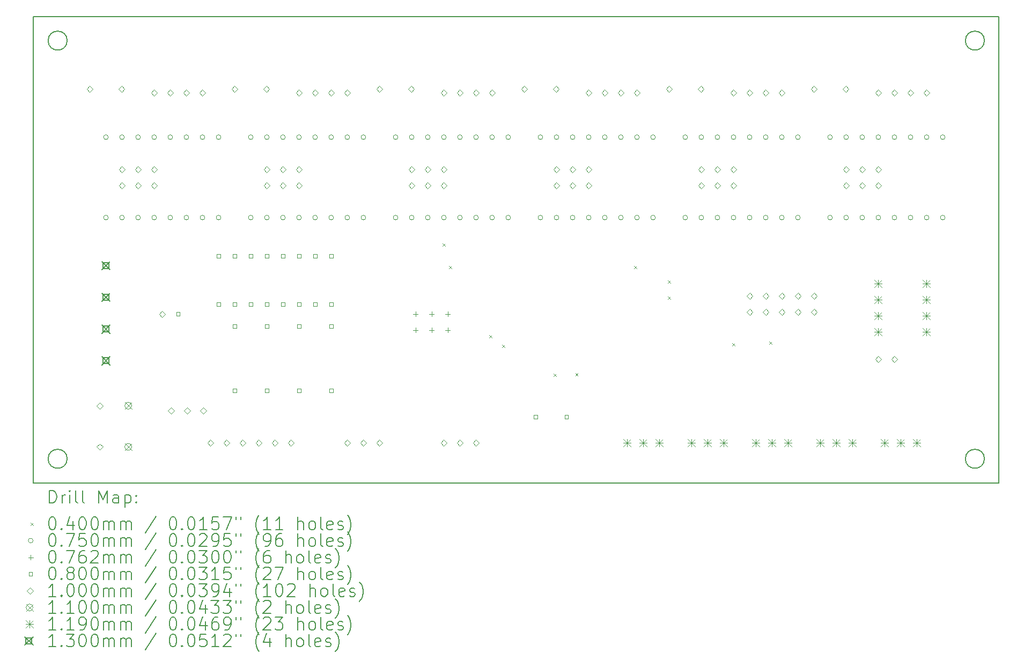
<source format=gbr>
%FSLAX45Y45*%
G04 Gerber Fmt 4.5, Leading zero omitted, Abs format (unit mm)*
G04 Created by KiCad (PCBNEW (6.0.1)) date 2022-01-24 13:46:20*
%MOMM*%
%LPD*%
G01*
G04 APERTURE LIST*
%TA.AperFunction,Profile*%
%ADD10C,0.150000*%
%TD*%
%ADD11C,0.200000*%
%ADD12C,0.040000*%
%ADD13C,0.075000*%
%ADD14C,0.076200*%
%ADD15C,0.080000*%
%ADD16C,0.100000*%
%ADD17C,0.110000*%
%ADD18C,0.119000*%
%ADD19C,0.130000*%
G04 APERTURE END LIST*
D10*
X6604000Y-11303000D02*
X6604000Y-3937000D01*
X7135000Y-10922000D02*
G75*
G03*
X7135000Y-10922000I-150000J0D01*
G01*
X21613000Y-10922000D02*
G75*
G03*
X21613000Y-10922000I-150000J0D01*
G01*
X7135000Y-4318000D02*
G75*
G03*
X7135000Y-4318000I-150000J0D01*
G01*
X21844000Y-3937000D02*
X21844000Y-11303000D01*
X21613000Y-4318000D02*
G75*
G03*
X21613000Y-4318000I-150000J0D01*
G01*
X21844000Y-11303000D02*
X6604000Y-11303000D01*
X6604000Y-3937000D02*
X21844000Y-3937000D01*
D11*
D12*
X13061000Y-7523800D02*
X13101000Y-7563800D01*
X13101000Y-7523800D02*
X13061000Y-7563800D01*
X13162600Y-7879400D02*
X13202600Y-7919400D01*
X13202600Y-7879400D02*
X13162600Y-7919400D01*
X13797600Y-8971600D02*
X13837600Y-9011600D01*
X13837600Y-8971600D02*
X13797600Y-9011600D01*
X14000800Y-9124000D02*
X14040800Y-9164000D01*
X14040800Y-9124000D02*
X14000800Y-9164000D01*
X14813600Y-9581200D02*
X14853600Y-9621200D01*
X14853600Y-9581200D02*
X14813600Y-9621200D01*
X15156500Y-9568500D02*
X15196500Y-9608500D01*
X15196500Y-9568500D02*
X15156500Y-9608500D01*
X16084500Y-7878500D02*
X16124500Y-7918500D01*
X16124500Y-7878500D02*
X16084500Y-7918500D01*
X16617000Y-8108000D02*
X16657000Y-8148000D01*
X16657000Y-8108000D02*
X16617000Y-8148000D01*
X16617000Y-8362000D02*
X16657000Y-8402000D01*
X16657000Y-8362000D02*
X16617000Y-8402000D01*
X17633000Y-9098600D02*
X17673000Y-9138600D01*
X17673000Y-9098600D02*
X17633000Y-9138600D01*
X18217200Y-9073200D02*
X18257200Y-9113200D01*
X18257200Y-9073200D02*
X18217200Y-9113200D01*
D13*
X7784500Y-5842000D02*
G75*
G03*
X7784500Y-5842000I-37500J0D01*
G01*
X7784500Y-7112000D02*
G75*
G03*
X7784500Y-7112000I-37500J0D01*
G01*
X8038500Y-5842000D02*
G75*
G03*
X8038500Y-5842000I-37500J0D01*
G01*
X8038500Y-7112000D02*
G75*
G03*
X8038500Y-7112000I-37500J0D01*
G01*
X8292500Y-5842000D02*
G75*
G03*
X8292500Y-5842000I-37500J0D01*
G01*
X8292500Y-7112000D02*
G75*
G03*
X8292500Y-7112000I-37500J0D01*
G01*
X8546500Y-5842000D02*
G75*
G03*
X8546500Y-5842000I-37500J0D01*
G01*
X8546500Y-7112000D02*
G75*
G03*
X8546500Y-7112000I-37500J0D01*
G01*
X8800500Y-5842000D02*
G75*
G03*
X8800500Y-5842000I-37500J0D01*
G01*
X8800500Y-7112000D02*
G75*
G03*
X8800500Y-7112000I-37500J0D01*
G01*
X9054500Y-5842000D02*
G75*
G03*
X9054500Y-5842000I-37500J0D01*
G01*
X9054500Y-7112000D02*
G75*
G03*
X9054500Y-7112000I-37500J0D01*
G01*
X9308500Y-5842000D02*
G75*
G03*
X9308500Y-5842000I-37500J0D01*
G01*
X9308500Y-7112000D02*
G75*
G03*
X9308500Y-7112000I-37500J0D01*
G01*
X9562500Y-5842000D02*
G75*
G03*
X9562500Y-5842000I-37500J0D01*
G01*
X9562500Y-7112000D02*
G75*
G03*
X9562500Y-7112000I-37500J0D01*
G01*
X10070500Y-5842000D02*
G75*
G03*
X10070500Y-5842000I-37500J0D01*
G01*
X10070500Y-7112000D02*
G75*
G03*
X10070500Y-7112000I-37500J0D01*
G01*
X10324500Y-5842000D02*
G75*
G03*
X10324500Y-5842000I-37500J0D01*
G01*
X10324500Y-7112000D02*
G75*
G03*
X10324500Y-7112000I-37500J0D01*
G01*
X10578500Y-5842000D02*
G75*
G03*
X10578500Y-5842000I-37500J0D01*
G01*
X10578500Y-7112000D02*
G75*
G03*
X10578500Y-7112000I-37500J0D01*
G01*
X10832500Y-5842000D02*
G75*
G03*
X10832500Y-5842000I-37500J0D01*
G01*
X10832500Y-7112000D02*
G75*
G03*
X10832500Y-7112000I-37500J0D01*
G01*
X11086500Y-5842000D02*
G75*
G03*
X11086500Y-5842000I-37500J0D01*
G01*
X11086500Y-7112000D02*
G75*
G03*
X11086500Y-7112000I-37500J0D01*
G01*
X11340500Y-5842000D02*
G75*
G03*
X11340500Y-5842000I-37500J0D01*
G01*
X11340500Y-7112000D02*
G75*
G03*
X11340500Y-7112000I-37500J0D01*
G01*
X11594500Y-5842000D02*
G75*
G03*
X11594500Y-5842000I-37500J0D01*
G01*
X11594500Y-7112000D02*
G75*
G03*
X11594500Y-7112000I-37500J0D01*
G01*
X11848500Y-5842000D02*
G75*
G03*
X11848500Y-5842000I-37500J0D01*
G01*
X11848500Y-7112000D02*
G75*
G03*
X11848500Y-7112000I-37500J0D01*
G01*
X12356500Y-5842000D02*
G75*
G03*
X12356500Y-5842000I-37500J0D01*
G01*
X12356500Y-7112000D02*
G75*
G03*
X12356500Y-7112000I-37500J0D01*
G01*
X12610500Y-5842000D02*
G75*
G03*
X12610500Y-5842000I-37500J0D01*
G01*
X12610500Y-7112000D02*
G75*
G03*
X12610500Y-7112000I-37500J0D01*
G01*
X12864500Y-5842000D02*
G75*
G03*
X12864500Y-5842000I-37500J0D01*
G01*
X12864500Y-7112000D02*
G75*
G03*
X12864500Y-7112000I-37500J0D01*
G01*
X13118500Y-5842000D02*
G75*
G03*
X13118500Y-5842000I-37500J0D01*
G01*
X13118500Y-7112000D02*
G75*
G03*
X13118500Y-7112000I-37500J0D01*
G01*
X13372500Y-5842000D02*
G75*
G03*
X13372500Y-5842000I-37500J0D01*
G01*
X13372500Y-7112000D02*
G75*
G03*
X13372500Y-7112000I-37500J0D01*
G01*
X13626500Y-5842000D02*
G75*
G03*
X13626500Y-5842000I-37500J0D01*
G01*
X13626500Y-7112000D02*
G75*
G03*
X13626500Y-7112000I-37500J0D01*
G01*
X13880500Y-5842000D02*
G75*
G03*
X13880500Y-5842000I-37500J0D01*
G01*
X13880500Y-7112000D02*
G75*
G03*
X13880500Y-7112000I-37500J0D01*
G01*
X14134500Y-5842000D02*
G75*
G03*
X14134500Y-5842000I-37500J0D01*
G01*
X14134500Y-7112000D02*
G75*
G03*
X14134500Y-7112000I-37500J0D01*
G01*
X14642500Y-5842000D02*
G75*
G03*
X14642500Y-5842000I-37500J0D01*
G01*
X14642500Y-7112000D02*
G75*
G03*
X14642500Y-7112000I-37500J0D01*
G01*
X14896500Y-5842000D02*
G75*
G03*
X14896500Y-5842000I-37500J0D01*
G01*
X14896500Y-7112000D02*
G75*
G03*
X14896500Y-7112000I-37500J0D01*
G01*
X15150500Y-5842000D02*
G75*
G03*
X15150500Y-5842000I-37500J0D01*
G01*
X15150500Y-7112000D02*
G75*
G03*
X15150500Y-7112000I-37500J0D01*
G01*
X15404500Y-5842000D02*
G75*
G03*
X15404500Y-5842000I-37500J0D01*
G01*
X15404500Y-7112000D02*
G75*
G03*
X15404500Y-7112000I-37500J0D01*
G01*
X15658500Y-5842000D02*
G75*
G03*
X15658500Y-5842000I-37500J0D01*
G01*
X15658500Y-7112000D02*
G75*
G03*
X15658500Y-7112000I-37500J0D01*
G01*
X15912500Y-5842000D02*
G75*
G03*
X15912500Y-5842000I-37500J0D01*
G01*
X15912500Y-7112000D02*
G75*
G03*
X15912500Y-7112000I-37500J0D01*
G01*
X16166500Y-5842000D02*
G75*
G03*
X16166500Y-5842000I-37500J0D01*
G01*
X16166500Y-7112000D02*
G75*
G03*
X16166500Y-7112000I-37500J0D01*
G01*
X16420500Y-5842000D02*
G75*
G03*
X16420500Y-5842000I-37500J0D01*
G01*
X16420500Y-7112000D02*
G75*
G03*
X16420500Y-7112000I-37500J0D01*
G01*
X16928500Y-5842000D02*
G75*
G03*
X16928500Y-5842000I-37500J0D01*
G01*
X16928500Y-7112000D02*
G75*
G03*
X16928500Y-7112000I-37500J0D01*
G01*
X17182500Y-5842000D02*
G75*
G03*
X17182500Y-5842000I-37500J0D01*
G01*
X17182500Y-7112000D02*
G75*
G03*
X17182500Y-7112000I-37500J0D01*
G01*
X17436500Y-5842000D02*
G75*
G03*
X17436500Y-5842000I-37500J0D01*
G01*
X17436500Y-7112000D02*
G75*
G03*
X17436500Y-7112000I-37500J0D01*
G01*
X17690500Y-5842000D02*
G75*
G03*
X17690500Y-5842000I-37500J0D01*
G01*
X17690500Y-7112000D02*
G75*
G03*
X17690500Y-7112000I-37500J0D01*
G01*
X17944500Y-5842000D02*
G75*
G03*
X17944500Y-5842000I-37500J0D01*
G01*
X17944500Y-7112000D02*
G75*
G03*
X17944500Y-7112000I-37500J0D01*
G01*
X18198500Y-5842000D02*
G75*
G03*
X18198500Y-5842000I-37500J0D01*
G01*
X18198500Y-7112000D02*
G75*
G03*
X18198500Y-7112000I-37500J0D01*
G01*
X18452500Y-5842000D02*
G75*
G03*
X18452500Y-5842000I-37500J0D01*
G01*
X18452500Y-7112000D02*
G75*
G03*
X18452500Y-7112000I-37500J0D01*
G01*
X18706500Y-5842000D02*
G75*
G03*
X18706500Y-5842000I-37500J0D01*
G01*
X18706500Y-7112000D02*
G75*
G03*
X18706500Y-7112000I-37500J0D01*
G01*
X19214500Y-5842000D02*
G75*
G03*
X19214500Y-5842000I-37500J0D01*
G01*
X19214500Y-7112000D02*
G75*
G03*
X19214500Y-7112000I-37500J0D01*
G01*
X19468500Y-5842000D02*
G75*
G03*
X19468500Y-5842000I-37500J0D01*
G01*
X19468500Y-7112000D02*
G75*
G03*
X19468500Y-7112000I-37500J0D01*
G01*
X19722500Y-5842000D02*
G75*
G03*
X19722500Y-5842000I-37500J0D01*
G01*
X19722500Y-7112000D02*
G75*
G03*
X19722500Y-7112000I-37500J0D01*
G01*
X19976500Y-5842000D02*
G75*
G03*
X19976500Y-5842000I-37500J0D01*
G01*
X19976500Y-7112000D02*
G75*
G03*
X19976500Y-7112000I-37500J0D01*
G01*
X20230500Y-5842000D02*
G75*
G03*
X20230500Y-5842000I-37500J0D01*
G01*
X20230500Y-7112000D02*
G75*
G03*
X20230500Y-7112000I-37500J0D01*
G01*
X20484500Y-5842000D02*
G75*
G03*
X20484500Y-5842000I-37500J0D01*
G01*
X20484500Y-7112000D02*
G75*
G03*
X20484500Y-7112000I-37500J0D01*
G01*
X20738500Y-5842000D02*
G75*
G03*
X20738500Y-5842000I-37500J0D01*
G01*
X20738500Y-7112000D02*
G75*
G03*
X20738500Y-7112000I-37500J0D01*
G01*
X20992500Y-5842000D02*
G75*
G03*
X20992500Y-5842000I-37500J0D01*
G01*
X20992500Y-7112000D02*
G75*
G03*
X20992500Y-7112000I-37500J0D01*
G01*
D14*
X12636500Y-8597900D02*
X12636500Y-8674100D01*
X12598400Y-8636000D02*
X12674600Y-8636000D01*
X12636500Y-8851900D02*
X12636500Y-8928100D01*
X12598400Y-8890000D02*
X12674600Y-8890000D01*
X12890500Y-8597900D02*
X12890500Y-8674100D01*
X12852400Y-8636000D02*
X12928600Y-8636000D01*
X12890500Y-8851900D02*
X12890500Y-8928100D01*
X12852400Y-8890000D02*
X12928600Y-8890000D01*
X13144500Y-8597900D02*
X13144500Y-8674100D01*
X13106400Y-8636000D02*
X13182600Y-8636000D01*
X13144500Y-8851900D02*
X13144500Y-8928100D01*
X13106400Y-8890000D02*
X13182600Y-8890000D01*
D15*
X8914285Y-8664285D02*
X8914285Y-8607716D01*
X8857716Y-8607716D01*
X8857716Y-8664285D01*
X8914285Y-8664285D01*
X9553785Y-7748384D02*
X9553785Y-7691815D01*
X9497216Y-7691815D01*
X9497216Y-7748384D01*
X9553785Y-7748384D01*
X9553785Y-8510385D02*
X9553785Y-8453816D01*
X9497216Y-8453816D01*
X9497216Y-8510385D01*
X9553785Y-8510385D01*
X9807285Y-8854785D02*
X9807285Y-8798216D01*
X9750716Y-8798216D01*
X9750716Y-8854785D01*
X9807285Y-8854785D01*
X9807285Y-9870785D02*
X9807285Y-9814216D01*
X9750716Y-9814216D01*
X9750716Y-9870785D01*
X9807285Y-9870785D01*
X9807785Y-7748384D02*
X9807785Y-7691815D01*
X9751216Y-7691815D01*
X9751216Y-7748384D01*
X9807785Y-7748384D01*
X9807785Y-8510385D02*
X9807785Y-8453816D01*
X9751216Y-8453816D01*
X9751216Y-8510385D01*
X9807785Y-8510385D01*
X10061785Y-7749884D02*
X10061785Y-7693315D01*
X10005216Y-7693315D01*
X10005216Y-7749884D01*
X10061785Y-7749884D01*
X10061785Y-8511885D02*
X10061785Y-8455316D01*
X10005216Y-8455316D01*
X10005216Y-8511885D01*
X10061785Y-8511885D01*
X10315285Y-8854785D02*
X10315285Y-8798216D01*
X10258716Y-8798216D01*
X10258716Y-8854785D01*
X10315285Y-8854785D01*
X10315285Y-9870785D02*
X10315285Y-9814216D01*
X10258716Y-9814216D01*
X10258716Y-9870785D01*
X10315285Y-9870785D01*
X10315785Y-7749884D02*
X10315785Y-7693315D01*
X10259216Y-7693315D01*
X10259216Y-7749884D01*
X10315785Y-7749884D01*
X10315785Y-8511885D02*
X10315785Y-8455316D01*
X10259216Y-8455316D01*
X10259216Y-8511885D01*
X10315785Y-8511885D01*
X10569785Y-7749884D02*
X10569785Y-7693315D01*
X10513216Y-7693315D01*
X10513216Y-7749884D01*
X10569785Y-7749884D01*
X10569785Y-8511885D02*
X10569785Y-8455316D01*
X10513216Y-8455316D01*
X10513216Y-8511885D01*
X10569785Y-8511885D01*
X10823285Y-8854785D02*
X10823285Y-8798216D01*
X10766716Y-8798216D01*
X10766716Y-8854785D01*
X10823285Y-8854785D01*
X10823285Y-9870785D02*
X10823285Y-9814216D01*
X10766716Y-9814216D01*
X10766716Y-9870785D01*
X10823285Y-9870785D01*
X10823785Y-7749884D02*
X10823785Y-7693315D01*
X10767216Y-7693315D01*
X10767216Y-7749884D01*
X10823785Y-7749884D01*
X10823785Y-8511885D02*
X10823785Y-8455316D01*
X10767216Y-8455316D01*
X10767216Y-8511885D01*
X10823785Y-8511885D01*
X11077285Y-7749884D02*
X11077285Y-7693315D01*
X11020716Y-7693315D01*
X11020716Y-7749884D01*
X11077285Y-7749884D01*
X11077285Y-8511885D02*
X11077285Y-8455316D01*
X11020716Y-8455316D01*
X11020716Y-8511885D01*
X11077285Y-8511885D01*
X11331284Y-7749884D02*
X11331284Y-7693315D01*
X11274715Y-7693315D01*
X11274715Y-7749884D01*
X11331284Y-7749884D01*
X11331284Y-8511885D02*
X11331284Y-8455316D01*
X11274715Y-8455316D01*
X11274715Y-8511885D01*
X11331284Y-8511885D01*
X11331284Y-8854785D02*
X11331284Y-8798216D01*
X11274715Y-8798216D01*
X11274715Y-8854785D01*
X11331284Y-8854785D01*
X11331284Y-9870785D02*
X11331284Y-9814216D01*
X11274715Y-9814216D01*
X11274715Y-9870785D01*
X11331284Y-9870785D01*
X14555384Y-10289885D02*
X14555384Y-10233316D01*
X14498815Y-10233316D01*
X14498815Y-10289885D01*
X14555384Y-10289885D01*
X15043384Y-10289885D02*
X15043384Y-10233316D01*
X14986815Y-10233316D01*
X14986815Y-10289885D01*
X15043384Y-10289885D01*
D16*
X7493000Y-5130000D02*
X7543000Y-5080000D01*
X7493000Y-5030000D01*
X7443000Y-5080000D01*
X7493000Y-5130000D01*
X7649000Y-10133800D02*
X7699000Y-10083800D01*
X7649000Y-10033800D01*
X7599000Y-10083800D01*
X7649000Y-10133800D01*
X7649000Y-10783800D02*
X7699000Y-10733800D01*
X7649000Y-10683800D01*
X7599000Y-10733800D01*
X7649000Y-10783800D01*
X7993000Y-5130000D02*
X8043000Y-5080000D01*
X7993000Y-5030000D01*
X7943000Y-5080000D01*
X7993000Y-5130000D01*
X8001000Y-6400000D02*
X8051000Y-6350000D01*
X8001000Y-6300000D01*
X7951000Y-6350000D01*
X8001000Y-6400000D01*
X8001000Y-6654000D02*
X8051000Y-6604000D01*
X8001000Y-6554000D01*
X7951000Y-6604000D01*
X8001000Y-6654000D01*
X8255000Y-6400000D02*
X8305000Y-6350000D01*
X8255000Y-6300000D01*
X8205000Y-6350000D01*
X8255000Y-6400000D01*
X8255000Y-6654000D02*
X8305000Y-6604000D01*
X8255000Y-6554000D01*
X8205000Y-6604000D01*
X8255000Y-6654000D01*
X8509000Y-5193500D02*
X8559000Y-5143500D01*
X8509000Y-5093500D01*
X8459000Y-5143500D01*
X8509000Y-5193500D01*
X8509000Y-6400000D02*
X8559000Y-6350000D01*
X8509000Y-6300000D01*
X8459000Y-6350000D01*
X8509000Y-6400000D01*
X8509000Y-6654000D02*
X8559000Y-6604000D01*
X8509000Y-6554000D01*
X8459000Y-6604000D01*
X8509000Y-6654000D01*
X8636000Y-8686000D02*
X8686000Y-8636000D01*
X8636000Y-8586000D01*
X8586000Y-8636000D01*
X8636000Y-8686000D01*
X8763000Y-5193500D02*
X8813000Y-5143500D01*
X8763000Y-5093500D01*
X8713000Y-5143500D01*
X8763000Y-5193500D01*
X8776740Y-10210000D02*
X8826740Y-10160000D01*
X8776740Y-10110000D01*
X8726740Y-10160000D01*
X8776740Y-10210000D01*
X9017000Y-5193500D02*
X9067000Y-5143500D01*
X9017000Y-5093500D01*
X8967000Y-5143500D01*
X9017000Y-5193500D01*
X9030740Y-10210000D02*
X9080740Y-10160000D01*
X9030740Y-10110000D01*
X8980740Y-10160000D01*
X9030740Y-10210000D01*
X9271000Y-5193500D02*
X9321000Y-5143500D01*
X9271000Y-5093500D01*
X9221000Y-5143500D01*
X9271000Y-5193500D01*
X9284740Y-10210000D02*
X9334740Y-10160000D01*
X9284740Y-10110000D01*
X9234740Y-10160000D01*
X9284740Y-10210000D01*
X9398000Y-10718000D02*
X9448000Y-10668000D01*
X9398000Y-10618000D01*
X9348000Y-10668000D01*
X9398000Y-10718000D01*
X9652000Y-10718000D02*
X9702000Y-10668000D01*
X9652000Y-10618000D01*
X9602000Y-10668000D01*
X9652000Y-10718000D01*
X9779000Y-5130000D02*
X9829000Y-5080000D01*
X9779000Y-5030000D01*
X9729000Y-5080000D01*
X9779000Y-5130000D01*
X9906000Y-10718000D02*
X9956000Y-10668000D01*
X9906000Y-10618000D01*
X9856000Y-10668000D01*
X9906000Y-10718000D01*
X10160000Y-10718000D02*
X10210000Y-10668000D01*
X10160000Y-10618000D01*
X10110000Y-10668000D01*
X10160000Y-10718000D01*
X10279000Y-5130000D02*
X10329000Y-5080000D01*
X10279000Y-5030000D01*
X10229000Y-5080000D01*
X10279000Y-5130000D01*
X10287000Y-6400000D02*
X10337000Y-6350000D01*
X10287000Y-6300000D01*
X10237000Y-6350000D01*
X10287000Y-6400000D01*
X10287000Y-6654000D02*
X10337000Y-6604000D01*
X10287000Y-6554000D01*
X10237000Y-6604000D01*
X10287000Y-6654000D01*
X10414000Y-10718000D02*
X10464000Y-10668000D01*
X10414000Y-10618000D01*
X10364000Y-10668000D01*
X10414000Y-10718000D01*
X10541000Y-6400000D02*
X10591000Y-6350000D01*
X10541000Y-6300000D01*
X10491000Y-6350000D01*
X10541000Y-6400000D01*
X10541000Y-6654000D02*
X10591000Y-6604000D01*
X10541000Y-6554000D01*
X10491000Y-6604000D01*
X10541000Y-6654000D01*
X10668000Y-10718000D02*
X10718000Y-10668000D01*
X10668000Y-10618000D01*
X10618000Y-10668000D01*
X10668000Y-10718000D01*
X10795000Y-5193500D02*
X10845000Y-5143500D01*
X10795000Y-5093500D01*
X10745000Y-5143500D01*
X10795000Y-5193500D01*
X10795000Y-6400000D02*
X10845000Y-6350000D01*
X10795000Y-6300000D01*
X10745000Y-6350000D01*
X10795000Y-6400000D01*
X10795000Y-6654000D02*
X10845000Y-6604000D01*
X10795000Y-6554000D01*
X10745000Y-6604000D01*
X10795000Y-6654000D01*
X11049000Y-5193500D02*
X11099000Y-5143500D01*
X11049000Y-5093500D01*
X10999000Y-5143500D01*
X11049000Y-5193500D01*
X11303000Y-5193500D02*
X11353000Y-5143500D01*
X11303000Y-5093500D01*
X11253000Y-5143500D01*
X11303000Y-5193500D01*
X11557000Y-5193500D02*
X11607000Y-5143500D01*
X11557000Y-5093500D01*
X11507000Y-5143500D01*
X11557000Y-5193500D01*
X11557000Y-10718000D02*
X11607000Y-10668000D01*
X11557000Y-10618000D01*
X11507000Y-10668000D01*
X11557000Y-10718000D01*
X11811000Y-10718000D02*
X11861000Y-10668000D01*
X11811000Y-10618000D01*
X11761000Y-10668000D01*
X11811000Y-10718000D01*
X12065000Y-5130000D02*
X12115000Y-5080000D01*
X12065000Y-5030000D01*
X12015000Y-5080000D01*
X12065000Y-5130000D01*
X12065000Y-10718000D02*
X12115000Y-10668000D01*
X12065000Y-10618000D01*
X12015000Y-10668000D01*
X12065000Y-10718000D01*
X12565000Y-5130000D02*
X12615000Y-5080000D01*
X12565000Y-5030000D01*
X12515000Y-5080000D01*
X12565000Y-5130000D01*
X12573000Y-6400000D02*
X12623000Y-6350000D01*
X12573000Y-6300000D01*
X12523000Y-6350000D01*
X12573000Y-6400000D01*
X12573000Y-6654000D02*
X12623000Y-6604000D01*
X12573000Y-6554000D01*
X12523000Y-6604000D01*
X12573000Y-6654000D01*
X12827000Y-6400000D02*
X12877000Y-6350000D01*
X12827000Y-6300000D01*
X12777000Y-6350000D01*
X12827000Y-6400000D01*
X12827000Y-6654000D02*
X12877000Y-6604000D01*
X12827000Y-6554000D01*
X12777000Y-6604000D01*
X12827000Y-6654000D01*
X13081000Y-5193500D02*
X13131000Y-5143500D01*
X13081000Y-5093500D01*
X13031000Y-5143500D01*
X13081000Y-5193500D01*
X13081000Y-6400000D02*
X13131000Y-6350000D01*
X13081000Y-6300000D01*
X13031000Y-6350000D01*
X13081000Y-6400000D01*
X13081000Y-6654000D02*
X13131000Y-6604000D01*
X13081000Y-6554000D01*
X13031000Y-6604000D01*
X13081000Y-6654000D01*
X13081000Y-10718000D02*
X13131000Y-10668000D01*
X13081000Y-10618000D01*
X13031000Y-10668000D01*
X13081000Y-10718000D01*
X13335000Y-5193500D02*
X13385000Y-5143500D01*
X13335000Y-5093500D01*
X13285000Y-5143500D01*
X13335000Y-5193500D01*
X13335000Y-10718000D02*
X13385000Y-10668000D01*
X13335000Y-10618000D01*
X13285000Y-10668000D01*
X13335000Y-10718000D01*
X13589000Y-5193500D02*
X13639000Y-5143500D01*
X13589000Y-5093500D01*
X13539000Y-5143500D01*
X13589000Y-5193500D01*
X13589000Y-10718000D02*
X13639000Y-10668000D01*
X13589000Y-10618000D01*
X13539000Y-10668000D01*
X13589000Y-10718000D01*
X13843000Y-5193500D02*
X13893000Y-5143500D01*
X13843000Y-5093500D01*
X13793000Y-5143500D01*
X13843000Y-5193500D01*
X14351000Y-5130000D02*
X14401000Y-5080000D01*
X14351000Y-5030000D01*
X14301000Y-5080000D01*
X14351000Y-5130000D01*
X14851000Y-5130000D02*
X14901000Y-5080000D01*
X14851000Y-5030000D01*
X14801000Y-5080000D01*
X14851000Y-5130000D01*
X14859000Y-6400000D02*
X14909000Y-6350000D01*
X14859000Y-6300000D01*
X14809000Y-6350000D01*
X14859000Y-6400000D01*
X14859000Y-6654000D02*
X14909000Y-6604000D01*
X14859000Y-6554000D01*
X14809000Y-6604000D01*
X14859000Y-6654000D01*
X15113000Y-6400000D02*
X15163000Y-6350000D01*
X15113000Y-6300000D01*
X15063000Y-6350000D01*
X15113000Y-6400000D01*
X15113000Y-6654000D02*
X15163000Y-6604000D01*
X15113000Y-6554000D01*
X15063000Y-6604000D01*
X15113000Y-6654000D01*
X15367000Y-5193500D02*
X15417000Y-5143500D01*
X15367000Y-5093500D01*
X15317000Y-5143500D01*
X15367000Y-5193500D01*
X15367000Y-6400000D02*
X15417000Y-6350000D01*
X15367000Y-6300000D01*
X15317000Y-6350000D01*
X15367000Y-6400000D01*
X15367000Y-6654000D02*
X15417000Y-6604000D01*
X15367000Y-6554000D01*
X15317000Y-6604000D01*
X15367000Y-6654000D01*
X15621000Y-5193500D02*
X15671000Y-5143500D01*
X15621000Y-5093500D01*
X15571000Y-5143500D01*
X15621000Y-5193500D01*
X15875000Y-5193500D02*
X15925000Y-5143500D01*
X15875000Y-5093500D01*
X15825000Y-5143500D01*
X15875000Y-5193500D01*
X16129000Y-5193500D02*
X16179000Y-5143500D01*
X16129000Y-5093500D01*
X16079000Y-5143500D01*
X16129000Y-5193500D01*
X16637000Y-5130000D02*
X16687000Y-5080000D01*
X16637000Y-5030000D01*
X16587000Y-5080000D01*
X16637000Y-5130000D01*
X17137000Y-5130000D02*
X17187000Y-5080000D01*
X17137000Y-5030000D01*
X17087000Y-5080000D01*
X17137000Y-5130000D01*
X17145000Y-6400000D02*
X17195000Y-6350000D01*
X17145000Y-6300000D01*
X17095000Y-6350000D01*
X17145000Y-6400000D01*
X17145000Y-6654000D02*
X17195000Y-6604000D01*
X17145000Y-6554000D01*
X17095000Y-6604000D01*
X17145000Y-6654000D01*
X17399000Y-6400000D02*
X17449000Y-6350000D01*
X17399000Y-6300000D01*
X17349000Y-6350000D01*
X17399000Y-6400000D01*
X17399000Y-6654000D02*
X17449000Y-6604000D01*
X17399000Y-6554000D01*
X17349000Y-6604000D01*
X17399000Y-6654000D01*
X17653000Y-5193500D02*
X17703000Y-5143500D01*
X17653000Y-5093500D01*
X17603000Y-5143500D01*
X17653000Y-5193500D01*
X17653000Y-6400000D02*
X17703000Y-6350000D01*
X17653000Y-6300000D01*
X17603000Y-6350000D01*
X17653000Y-6400000D01*
X17653000Y-6654000D02*
X17703000Y-6604000D01*
X17653000Y-6554000D01*
X17603000Y-6604000D01*
X17653000Y-6654000D01*
X17907000Y-5193500D02*
X17957000Y-5143500D01*
X17907000Y-5093500D01*
X17857000Y-5143500D01*
X17907000Y-5193500D01*
X17907500Y-8402020D02*
X17957500Y-8352020D01*
X17907500Y-8302020D01*
X17857500Y-8352020D01*
X17907500Y-8402020D01*
X17907500Y-8656020D02*
X17957500Y-8606020D01*
X17907500Y-8556020D01*
X17857500Y-8606020D01*
X17907500Y-8656020D01*
X18161000Y-5193500D02*
X18211000Y-5143500D01*
X18161000Y-5093500D01*
X18111000Y-5143500D01*
X18161000Y-5193500D01*
X18161500Y-8402020D02*
X18211500Y-8352020D01*
X18161500Y-8302020D01*
X18111500Y-8352020D01*
X18161500Y-8402020D01*
X18161500Y-8656020D02*
X18211500Y-8606020D01*
X18161500Y-8556020D01*
X18111500Y-8606020D01*
X18161500Y-8656020D01*
X18415000Y-5193500D02*
X18465000Y-5143500D01*
X18415000Y-5093500D01*
X18365000Y-5143500D01*
X18415000Y-5193500D01*
X18415500Y-8402020D02*
X18465500Y-8352020D01*
X18415500Y-8302020D01*
X18365500Y-8352020D01*
X18415500Y-8402020D01*
X18415500Y-8656020D02*
X18465500Y-8606020D01*
X18415500Y-8556020D01*
X18365500Y-8606020D01*
X18415500Y-8656020D01*
X18669500Y-8402020D02*
X18719500Y-8352020D01*
X18669500Y-8302020D01*
X18619500Y-8352020D01*
X18669500Y-8402020D01*
X18669500Y-8656020D02*
X18719500Y-8606020D01*
X18669500Y-8556020D01*
X18619500Y-8606020D01*
X18669500Y-8656020D01*
X18923000Y-5130000D02*
X18973000Y-5080000D01*
X18923000Y-5030000D01*
X18873000Y-5080000D01*
X18923000Y-5130000D01*
X18923500Y-8402020D02*
X18973500Y-8352020D01*
X18923500Y-8302020D01*
X18873500Y-8352020D01*
X18923500Y-8402020D01*
X18923500Y-8656020D02*
X18973500Y-8606020D01*
X18923500Y-8556020D01*
X18873500Y-8606020D01*
X18923500Y-8656020D01*
X19423000Y-5130000D02*
X19473000Y-5080000D01*
X19423000Y-5030000D01*
X19373000Y-5080000D01*
X19423000Y-5130000D01*
X19431000Y-6400000D02*
X19481000Y-6350000D01*
X19431000Y-6300000D01*
X19381000Y-6350000D01*
X19431000Y-6400000D01*
X19431000Y-6654000D02*
X19481000Y-6604000D01*
X19431000Y-6554000D01*
X19381000Y-6604000D01*
X19431000Y-6654000D01*
X19685000Y-6400000D02*
X19735000Y-6350000D01*
X19685000Y-6300000D01*
X19635000Y-6350000D01*
X19685000Y-6400000D01*
X19685000Y-6654000D02*
X19735000Y-6604000D01*
X19685000Y-6554000D01*
X19635000Y-6604000D01*
X19685000Y-6654000D01*
X19939000Y-5193500D02*
X19989000Y-5143500D01*
X19939000Y-5093500D01*
X19889000Y-5143500D01*
X19939000Y-5193500D01*
X19939000Y-6400000D02*
X19989000Y-6350000D01*
X19939000Y-6300000D01*
X19889000Y-6350000D01*
X19939000Y-6400000D01*
X19939000Y-6654000D02*
X19989000Y-6604000D01*
X19939000Y-6554000D01*
X19889000Y-6604000D01*
X19939000Y-6654000D01*
X19939000Y-9397200D02*
X19989000Y-9347200D01*
X19939000Y-9297200D01*
X19889000Y-9347200D01*
X19939000Y-9397200D01*
X20193000Y-5193500D02*
X20243000Y-5143500D01*
X20193000Y-5093500D01*
X20143000Y-5143500D01*
X20193000Y-5193500D01*
X20193000Y-9397200D02*
X20243000Y-9347200D01*
X20193000Y-9297200D01*
X20143000Y-9347200D01*
X20193000Y-9397200D01*
X20447000Y-5193500D02*
X20497000Y-5143500D01*
X20447000Y-5093500D01*
X20397000Y-5143500D01*
X20447000Y-5193500D01*
X20701000Y-5193500D02*
X20751000Y-5143500D01*
X20701000Y-5093500D01*
X20651000Y-5143500D01*
X20701000Y-5193500D01*
D17*
X8044000Y-10028800D02*
X8154000Y-10138800D01*
X8154000Y-10028800D02*
X8044000Y-10138800D01*
X8154000Y-10083800D02*
G75*
G03*
X8154000Y-10083800I-55000J0D01*
G01*
X8044000Y-10678800D02*
X8154000Y-10788800D01*
X8154000Y-10678800D02*
X8044000Y-10788800D01*
X8154000Y-10733800D02*
G75*
G03*
X8154000Y-10733800I-55000J0D01*
G01*
D18*
X15917100Y-10608500D02*
X16036100Y-10727500D01*
X16036100Y-10608500D02*
X15917100Y-10727500D01*
X15976600Y-10608500D02*
X15976600Y-10727500D01*
X15917100Y-10668000D02*
X16036100Y-10668000D01*
X16171100Y-10608500D02*
X16290100Y-10727500D01*
X16290100Y-10608500D02*
X16171100Y-10727500D01*
X16230600Y-10608500D02*
X16230600Y-10727500D01*
X16171100Y-10668000D02*
X16290100Y-10668000D01*
X16425100Y-10608500D02*
X16544100Y-10727500D01*
X16544100Y-10608500D02*
X16425100Y-10727500D01*
X16484600Y-10608500D02*
X16484600Y-10727500D01*
X16425100Y-10668000D02*
X16544100Y-10668000D01*
X16933100Y-10608500D02*
X17052100Y-10727500D01*
X17052100Y-10608500D02*
X16933100Y-10727500D01*
X16992600Y-10608500D02*
X16992600Y-10727500D01*
X16933100Y-10668000D02*
X17052100Y-10668000D01*
X17187100Y-10608500D02*
X17306100Y-10727500D01*
X17306100Y-10608500D02*
X17187100Y-10727500D01*
X17246600Y-10608500D02*
X17246600Y-10727500D01*
X17187100Y-10668000D02*
X17306100Y-10668000D01*
X17441100Y-10608500D02*
X17560100Y-10727500D01*
X17560100Y-10608500D02*
X17441100Y-10727500D01*
X17500600Y-10608500D02*
X17500600Y-10727500D01*
X17441100Y-10668000D02*
X17560100Y-10668000D01*
X17949100Y-10608500D02*
X18068100Y-10727500D01*
X18068100Y-10608500D02*
X17949100Y-10727500D01*
X18008600Y-10608500D02*
X18008600Y-10727500D01*
X17949100Y-10668000D02*
X18068100Y-10668000D01*
X18203100Y-10608500D02*
X18322100Y-10727500D01*
X18322100Y-10608500D02*
X18203100Y-10727500D01*
X18262600Y-10608500D02*
X18262600Y-10727500D01*
X18203100Y-10668000D02*
X18322100Y-10668000D01*
X18457100Y-10608500D02*
X18576100Y-10727500D01*
X18576100Y-10608500D02*
X18457100Y-10727500D01*
X18516600Y-10608500D02*
X18516600Y-10727500D01*
X18457100Y-10668000D02*
X18576100Y-10668000D01*
X18962560Y-10608500D02*
X19081560Y-10727500D01*
X19081560Y-10608500D02*
X18962560Y-10727500D01*
X19022060Y-10608500D02*
X19022060Y-10727500D01*
X18962560Y-10668000D02*
X19081560Y-10668000D01*
X19216560Y-10608500D02*
X19335560Y-10727500D01*
X19335560Y-10608500D02*
X19216560Y-10727500D01*
X19276060Y-10608500D02*
X19276060Y-10727500D01*
X19216560Y-10668000D02*
X19335560Y-10668000D01*
X19470560Y-10608500D02*
X19589560Y-10727500D01*
X19589560Y-10608500D02*
X19470560Y-10727500D01*
X19530060Y-10608500D02*
X19530060Y-10727500D01*
X19470560Y-10668000D02*
X19589560Y-10668000D01*
X19879500Y-8093900D02*
X19998500Y-8212900D01*
X19998500Y-8093900D02*
X19879500Y-8212900D01*
X19939000Y-8093900D02*
X19939000Y-8212900D01*
X19879500Y-8153400D02*
X19998500Y-8153400D01*
X19879500Y-8347900D02*
X19998500Y-8466900D01*
X19998500Y-8347900D02*
X19879500Y-8466900D01*
X19939000Y-8347900D02*
X19939000Y-8466900D01*
X19879500Y-8407400D02*
X19998500Y-8407400D01*
X19879500Y-8601900D02*
X19998500Y-8720900D01*
X19998500Y-8601900D02*
X19879500Y-8720900D01*
X19939000Y-8601900D02*
X19939000Y-8720900D01*
X19879500Y-8661400D02*
X19998500Y-8661400D01*
X19879500Y-8855900D02*
X19998500Y-8974900D01*
X19998500Y-8855900D02*
X19879500Y-8974900D01*
X19939000Y-8855900D02*
X19939000Y-8974900D01*
X19879500Y-8915400D02*
X19998500Y-8915400D01*
X19978560Y-10608500D02*
X20097560Y-10727500D01*
X20097560Y-10608500D02*
X19978560Y-10727500D01*
X20038060Y-10608500D02*
X20038060Y-10727500D01*
X19978560Y-10668000D02*
X20097560Y-10668000D01*
X20232560Y-10608500D02*
X20351560Y-10727500D01*
X20351560Y-10608500D02*
X20232560Y-10727500D01*
X20292060Y-10608500D02*
X20292060Y-10727500D01*
X20232560Y-10668000D02*
X20351560Y-10668000D01*
X20486560Y-10608500D02*
X20605560Y-10727500D01*
X20605560Y-10608500D02*
X20486560Y-10727500D01*
X20546060Y-10608500D02*
X20546060Y-10727500D01*
X20486560Y-10668000D02*
X20605560Y-10668000D01*
X20641500Y-8093900D02*
X20760500Y-8212900D01*
X20760500Y-8093900D02*
X20641500Y-8212900D01*
X20701000Y-8093900D02*
X20701000Y-8212900D01*
X20641500Y-8153400D02*
X20760500Y-8153400D01*
X20641500Y-8347900D02*
X20760500Y-8466900D01*
X20760500Y-8347900D02*
X20641500Y-8466900D01*
X20701000Y-8347900D02*
X20701000Y-8466900D01*
X20641500Y-8407400D02*
X20760500Y-8407400D01*
X20641500Y-8601900D02*
X20760500Y-8720900D01*
X20760500Y-8601900D02*
X20641500Y-8720900D01*
X20701000Y-8601900D02*
X20701000Y-8720900D01*
X20641500Y-8661400D02*
X20760500Y-8661400D01*
X20641500Y-8855900D02*
X20760500Y-8974900D01*
X20760500Y-8855900D02*
X20641500Y-8974900D01*
X20701000Y-8855900D02*
X20701000Y-8974900D01*
X20641500Y-8915400D02*
X20760500Y-8915400D01*
D19*
X7682000Y-7809000D02*
X7812000Y-7939000D01*
X7812000Y-7809000D02*
X7682000Y-7939000D01*
X7792962Y-7919962D02*
X7792962Y-7828038D01*
X7701038Y-7828038D01*
X7701038Y-7919962D01*
X7792962Y-7919962D01*
X7682000Y-8309000D02*
X7812000Y-8439000D01*
X7812000Y-8309000D02*
X7682000Y-8439000D01*
X7792962Y-8419962D02*
X7792962Y-8328038D01*
X7701038Y-8328038D01*
X7701038Y-8419962D01*
X7792962Y-8419962D01*
X7682000Y-8809000D02*
X7812000Y-8939000D01*
X7812000Y-8809000D02*
X7682000Y-8939000D01*
X7792962Y-8919962D02*
X7792962Y-8828038D01*
X7701038Y-8828038D01*
X7701038Y-8919962D01*
X7792962Y-8919962D01*
X7682000Y-9309000D02*
X7812000Y-9439000D01*
X7812000Y-9309000D02*
X7682000Y-9439000D01*
X7792962Y-9419962D02*
X7792962Y-9328038D01*
X7701038Y-9328038D01*
X7701038Y-9419962D01*
X7792962Y-9419962D01*
D11*
X6854119Y-11620976D02*
X6854119Y-11420976D01*
X6901738Y-11420976D01*
X6930309Y-11430500D01*
X6949357Y-11449548D01*
X6958881Y-11468595D01*
X6968405Y-11506690D01*
X6968405Y-11535262D01*
X6958881Y-11573357D01*
X6949357Y-11592405D01*
X6930309Y-11611452D01*
X6901738Y-11620976D01*
X6854119Y-11620976D01*
X7054119Y-11620976D02*
X7054119Y-11487643D01*
X7054119Y-11525738D02*
X7063643Y-11506690D01*
X7073167Y-11497167D01*
X7092214Y-11487643D01*
X7111262Y-11487643D01*
X7177928Y-11620976D02*
X7177928Y-11487643D01*
X7177928Y-11420976D02*
X7168405Y-11430500D01*
X7177928Y-11440024D01*
X7187452Y-11430500D01*
X7177928Y-11420976D01*
X7177928Y-11440024D01*
X7301738Y-11620976D02*
X7282690Y-11611452D01*
X7273167Y-11592405D01*
X7273167Y-11420976D01*
X7406500Y-11620976D02*
X7387452Y-11611452D01*
X7377928Y-11592405D01*
X7377928Y-11420976D01*
X7635071Y-11620976D02*
X7635071Y-11420976D01*
X7701738Y-11563833D01*
X7768405Y-11420976D01*
X7768405Y-11620976D01*
X7949357Y-11620976D02*
X7949357Y-11516214D01*
X7939833Y-11497167D01*
X7920786Y-11487643D01*
X7882690Y-11487643D01*
X7863643Y-11497167D01*
X7949357Y-11611452D02*
X7930309Y-11620976D01*
X7882690Y-11620976D01*
X7863643Y-11611452D01*
X7854119Y-11592405D01*
X7854119Y-11573357D01*
X7863643Y-11554309D01*
X7882690Y-11544786D01*
X7930309Y-11544786D01*
X7949357Y-11535262D01*
X8044595Y-11487643D02*
X8044595Y-11687643D01*
X8044595Y-11497167D02*
X8063643Y-11487643D01*
X8101738Y-11487643D01*
X8120786Y-11497167D01*
X8130309Y-11506690D01*
X8139833Y-11525738D01*
X8139833Y-11582881D01*
X8130309Y-11601928D01*
X8120786Y-11611452D01*
X8101738Y-11620976D01*
X8063643Y-11620976D01*
X8044595Y-11611452D01*
X8225548Y-11601928D02*
X8235071Y-11611452D01*
X8225548Y-11620976D01*
X8216024Y-11611452D01*
X8225548Y-11601928D01*
X8225548Y-11620976D01*
X8225548Y-11497167D02*
X8235071Y-11506690D01*
X8225548Y-11516214D01*
X8216024Y-11506690D01*
X8225548Y-11497167D01*
X8225548Y-11516214D01*
D12*
X6556500Y-11930500D02*
X6596500Y-11970500D01*
X6596500Y-11930500D02*
X6556500Y-11970500D01*
D11*
X6892214Y-11840976D02*
X6911262Y-11840976D01*
X6930309Y-11850500D01*
X6939833Y-11860024D01*
X6949357Y-11879071D01*
X6958881Y-11917167D01*
X6958881Y-11964786D01*
X6949357Y-12002881D01*
X6939833Y-12021928D01*
X6930309Y-12031452D01*
X6911262Y-12040976D01*
X6892214Y-12040976D01*
X6873167Y-12031452D01*
X6863643Y-12021928D01*
X6854119Y-12002881D01*
X6844595Y-11964786D01*
X6844595Y-11917167D01*
X6854119Y-11879071D01*
X6863643Y-11860024D01*
X6873167Y-11850500D01*
X6892214Y-11840976D01*
X7044595Y-12021928D02*
X7054119Y-12031452D01*
X7044595Y-12040976D01*
X7035071Y-12031452D01*
X7044595Y-12021928D01*
X7044595Y-12040976D01*
X7225548Y-11907643D02*
X7225548Y-12040976D01*
X7177928Y-11831452D02*
X7130309Y-11974309D01*
X7254119Y-11974309D01*
X7368405Y-11840976D02*
X7387452Y-11840976D01*
X7406500Y-11850500D01*
X7416024Y-11860024D01*
X7425548Y-11879071D01*
X7435071Y-11917167D01*
X7435071Y-11964786D01*
X7425548Y-12002881D01*
X7416024Y-12021928D01*
X7406500Y-12031452D01*
X7387452Y-12040976D01*
X7368405Y-12040976D01*
X7349357Y-12031452D01*
X7339833Y-12021928D01*
X7330309Y-12002881D01*
X7320786Y-11964786D01*
X7320786Y-11917167D01*
X7330309Y-11879071D01*
X7339833Y-11860024D01*
X7349357Y-11850500D01*
X7368405Y-11840976D01*
X7558881Y-11840976D02*
X7577928Y-11840976D01*
X7596976Y-11850500D01*
X7606500Y-11860024D01*
X7616024Y-11879071D01*
X7625548Y-11917167D01*
X7625548Y-11964786D01*
X7616024Y-12002881D01*
X7606500Y-12021928D01*
X7596976Y-12031452D01*
X7577928Y-12040976D01*
X7558881Y-12040976D01*
X7539833Y-12031452D01*
X7530309Y-12021928D01*
X7520786Y-12002881D01*
X7511262Y-11964786D01*
X7511262Y-11917167D01*
X7520786Y-11879071D01*
X7530309Y-11860024D01*
X7539833Y-11850500D01*
X7558881Y-11840976D01*
X7711262Y-12040976D02*
X7711262Y-11907643D01*
X7711262Y-11926690D02*
X7720786Y-11917167D01*
X7739833Y-11907643D01*
X7768405Y-11907643D01*
X7787452Y-11917167D01*
X7796976Y-11936214D01*
X7796976Y-12040976D01*
X7796976Y-11936214D02*
X7806500Y-11917167D01*
X7825548Y-11907643D01*
X7854119Y-11907643D01*
X7873167Y-11917167D01*
X7882690Y-11936214D01*
X7882690Y-12040976D01*
X7977928Y-12040976D02*
X7977928Y-11907643D01*
X7977928Y-11926690D02*
X7987452Y-11917167D01*
X8006500Y-11907643D01*
X8035071Y-11907643D01*
X8054119Y-11917167D01*
X8063643Y-11936214D01*
X8063643Y-12040976D01*
X8063643Y-11936214D02*
X8073167Y-11917167D01*
X8092214Y-11907643D01*
X8120786Y-11907643D01*
X8139833Y-11917167D01*
X8149357Y-11936214D01*
X8149357Y-12040976D01*
X8539833Y-11831452D02*
X8368405Y-12088595D01*
X8796976Y-11840976D02*
X8816024Y-11840976D01*
X8835071Y-11850500D01*
X8844595Y-11860024D01*
X8854119Y-11879071D01*
X8863643Y-11917167D01*
X8863643Y-11964786D01*
X8854119Y-12002881D01*
X8844595Y-12021928D01*
X8835071Y-12031452D01*
X8816024Y-12040976D01*
X8796976Y-12040976D01*
X8777929Y-12031452D01*
X8768405Y-12021928D01*
X8758881Y-12002881D01*
X8749357Y-11964786D01*
X8749357Y-11917167D01*
X8758881Y-11879071D01*
X8768405Y-11860024D01*
X8777929Y-11850500D01*
X8796976Y-11840976D01*
X8949357Y-12021928D02*
X8958881Y-12031452D01*
X8949357Y-12040976D01*
X8939833Y-12031452D01*
X8949357Y-12021928D01*
X8949357Y-12040976D01*
X9082690Y-11840976D02*
X9101738Y-11840976D01*
X9120786Y-11850500D01*
X9130310Y-11860024D01*
X9139833Y-11879071D01*
X9149357Y-11917167D01*
X9149357Y-11964786D01*
X9139833Y-12002881D01*
X9130310Y-12021928D01*
X9120786Y-12031452D01*
X9101738Y-12040976D01*
X9082690Y-12040976D01*
X9063643Y-12031452D01*
X9054119Y-12021928D01*
X9044595Y-12002881D01*
X9035071Y-11964786D01*
X9035071Y-11917167D01*
X9044595Y-11879071D01*
X9054119Y-11860024D01*
X9063643Y-11850500D01*
X9082690Y-11840976D01*
X9339833Y-12040976D02*
X9225548Y-12040976D01*
X9282690Y-12040976D02*
X9282690Y-11840976D01*
X9263643Y-11869548D01*
X9244595Y-11888595D01*
X9225548Y-11898119D01*
X9520786Y-11840976D02*
X9425548Y-11840976D01*
X9416024Y-11936214D01*
X9425548Y-11926690D01*
X9444595Y-11917167D01*
X9492214Y-11917167D01*
X9511262Y-11926690D01*
X9520786Y-11936214D01*
X9530310Y-11955262D01*
X9530310Y-12002881D01*
X9520786Y-12021928D01*
X9511262Y-12031452D01*
X9492214Y-12040976D01*
X9444595Y-12040976D01*
X9425548Y-12031452D01*
X9416024Y-12021928D01*
X9596976Y-11840976D02*
X9730310Y-11840976D01*
X9644595Y-12040976D01*
X9796976Y-11840976D02*
X9796976Y-11879071D01*
X9873167Y-11840976D02*
X9873167Y-11879071D01*
X10168405Y-12117167D02*
X10158881Y-12107643D01*
X10139833Y-12079071D01*
X10130310Y-12060024D01*
X10120786Y-12031452D01*
X10111262Y-11983833D01*
X10111262Y-11945738D01*
X10120786Y-11898119D01*
X10130310Y-11869548D01*
X10139833Y-11850500D01*
X10158881Y-11821928D01*
X10168405Y-11812405D01*
X10349357Y-12040976D02*
X10235071Y-12040976D01*
X10292214Y-12040976D02*
X10292214Y-11840976D01*
X10273167Y-11869548D01*
X10254119Y-11888595D01*
X10235071Y-11898119D01*
X10539833Y-12040976D02*
X10425548Y-12040976D01*
X10482690Y-12040976D02*
X10482690Y-11840976D01*
X10463643Y-11869548D01*
X10444595Y-11888595D01*
X10425548Y-11898119D01*
X10777929Y-12040976D02*
X10777929Y-11840976D01*
X10863643Y-12040976D02*
X10863643Y-11936214D01*
X10854119Y-11917167D01*
X10835071Y-11907643D01*
X10806500Y-11907643D01*
X10787452Y-11917167D01*
X10777929Y-11926690D01*
X10987452Y-12040976D02*
X10968405Y-12031452D01*
X10958881Y-12021928D01*
X10949357Y-12002881D01*
X10949357Y-11945738D01*
X10958881Y-11926690D01*
X10968405Y-11917167D01*
X10987452Y-11907643D01*
X11016024Y-11907643D01*
X11035071Y-11917167D01*
X11044595Y-11926690D01*
X11054119Y-11945738D01*
X11054119Y-12002881D01*
X11044595Y-12021928D01*
X11035071Y-12031452D01*
X11016024Y-12040976D01*
X10987452Y-12040976D01*
X11168405Y-12040976D02*
X11149357Y-12031452D01*
X11139833Y-12012405D01*
X11139833Y-11840976D01*
X11320786Y-12031452D02*
X11301738Y-12040976D01*
X11263643Y-12040976D01*
X11244595Y-12031452D01*
X11235071Y-12012405D01*
X11235071Y-11936214D01*
X11244595Y-11917167D01*
X11263643Y-11907643D01*
X11301738Y-11907643D01*
X11320786Y-11917167D01*
X11330309Y-11936214D01*
X11330309Y-11955262D01*
X11235071Y-11974309D01*
X11406500Y-12031452D02*
X11425548Y-12040976D01*
X11463643Y-12040976D01*
X11482690Y-12031452D01*
X11492214Y-12012405D01*
X11492214Y-12002881D01*
X11482690Y-11983833D01*
X11463643Y-11974309D01*
X11435071Y-11974309D01*
X11416024Y-11964786D01*
X11406500Y-11945738D01*
X11406500Y-11936214D01*
X11416024Y-11917167D01*
X11435071Y-11907643D01*
X11463643Y-11907643D01*
X11482690Y-11917167D01*
X11558881Y-12117167D02*
X11568405Y-12107643D01*
X11587452Y-12079071D01*
X11596976Y-12060024D01*
X11606500Y-12031452D01*
X11616024Y-11983833D01*
X11616024Y-11945738D01*
X11606500Y-11898119D01*
X11596976Y-11869548D01*
X11587452Y-11850500D01*
X11568405Y-11821928D01*
X11558881Y-11812405D01*
D13*
X6596500Y-12214500D02*
G75*
G03*
X6596500Y-12214500I-37500J0D01*
G01*
D11*
X6892214Y-12104976D02*
X6911262Y-12104976D01*
X6930309Y-12114500D01*
X6939833Y-12124024D01*
X6949357Y-12143071D01*
X6958881Y-12181167D01*
X6958881Y-12228786D01*
X6949357Y-12266881D01*
X6939833Y-12285928D01*
X6930309Y-12295452D01*
X6911262Y-12304976D01*
X6892214Y-12304976D01*
X6873167Y-12295452D01*
X6863643Y-12285928D01*
X6854119Y-12266881D01*
X6844595Y-12228786D01*
X6844595Y-12181167D01*
X6854119Y-12143071D01*
X6863643Y-12124024D01*
X6873167Y-12114500D01*
X6892214Y-12104976D01*
X7044595Y-12285928D02*
X7054119Y-12295452D01*
X7044595Y-12304976D01*
X7035071Y-12295452D01*
X7044595Y-12285928D01*
X7044595Y-12304976D01*
X7120786Y-12104976D02*
X7254119Y-12104976D01*
X7168405Y-12304976D01*
X7425548Y-12104976D02*
X7330309Y-12104976D01*
X7320786Y-12200214D01*
X7330309Y-12190690D01*
X7349357Y-12181167D01*
X7396976Y-12181167D01*
X7416024Y-12190690D01*
X7425548Y-12200214D01*
X7435071Y-12219262D01*
X7435071Y-12266881D01*
X7425548Y-12285928D01*
X7416024Y-12295452D01*
X7396976Y-12304976D01*
X7349357Y-12304976D01*
X7330309Y-12295452D01*
X7320786Y-12285928D01*
X7558881Y-12104976D02*
X7577928Y-12104976D01*
X7596976Y-12114500D01*
X7606500Y-12124024D01*
X7616024Y-12143071D01*
X7625548Y-12181167D01*
X7625548Y-12228786D01*
X7616024Y-12266881D01*
X7606500Y-12285928D01*
X7596976Y-12295452D01*
X7577928Y-12304976D01*
X7558881Y-12304976D01*
X7539833Y-12295452D01*
X7530309Y-12285928D01*
X7520786Y-12266881D01*
X7511262Y-12228786D01*
X7511262Y-12181167D01*
X7520786Y-12143071D01*
X7530309Y-12124024D01*
X7539833Y-12114500D01*
X7558881Y-12104976D01*
X7711262Y-12304976D02*
X7711262Y-12171643D01*
X7711262Y-12190690D02*
X7720786Y-12181167D01*
X7739833Y-12171643D01*
X7768405Y-12171643D01*
X7787452Y-12181167D01*
X7796976Y-12200214D01*
X7796976Y-12304976D01*
X7796976Y-12200214D02*
X7806500Y-12181167D01*
X7825548Y-12171643D01*
X7854119Y-12171643D01*
X7873167Y-12181167D01*
X7882690Y-12200214D01*
X7882690Y-12304976D01*
X7977928Y-12304976D02*
X7977928Y-12171643D01*
X7977928Y-12190690D02*
X7987452Y-12181167D01*
X8006500Y-12171643D01*
X8035071Y-12171643D01*
X8054119Y-12181167D01*
X8063643Y-12200214D01*
X8063643Y-12304976D01*
X8063643Y-12200214D02*
X8073167Y-12181167D01*
X8092214Y-12171643D01*
X8120786Y-12171643D01*
X8139833Y-12181167D01*
X8149357Y-12200214D01*
X8149357Y-12304976D01*
X8539833Y-12095452D02*
X8368405Y-12352595D01*
X8796976Y-12104976D02*
X8816024Y-12104976D01*
X8835071Y-12114500D01*
X8844595Y-12124024D01*
X8854119Y-12143071D01*
X8863643Y-12181167D01*
X8863643Y-12228786D01*
X8854119Y-12266881D01*
X8844595Y-12285928D01*
X8835071Y-12295452D01*
X8816024Y-12304976D01*
X8796976Y-12304976D01*
X8777929Y-12295452D01*
X8768405Y-12285928D01*
X8758881Y-12266881D01*
X8749357Y-12228786D01*
X8749357Y-12181167D01*
X8758881Y-12143071D01*
X8768405Y-12124024D01*
X8777929Y-12114500D01*
X8796976Y-12104976D01*
X8949357Y-12285928D02*
X8958881Y-12295452D01*
X8949357Y-12304976D01*
X8939833Y-12295452D01*
X8949357Y-12285928D01*
X8949357Y-12304976D01*
X9082690Y-12104976D02*
X9101738Y-12104976D01*
X9120786Y-12114500D01*
X9130310Y-12124024D01*
X9139833Y-12143071D01*
X9149357Y-12181167D01*
X9149357Y-12228786D01*
X9139833Y-12266881D01*
X9130310Y-12285928D01*
X9120786Y-12295452D01*
X9101738Y-12304976D01*
X9082690Y-12304976D01*
X9063643Y-12295452D01*
X9054119Y-12285928D01*
X9044595Y-12266881D01*
X9035071Y-12228786D01*
X9035071Y-12181167D01*
X9044595Y-12143071D01*
X9054119Y-12124024D01*
X9063643Y-12114500D01*
X9082690Y-12104976D01*
X9225548Y-12124024D02*
X9235071Y-12114500D01*
X9254119Y-12104976D01*
X9301738Y-12104976D01*
X9320786Y-12114500D01*
X9330310Y-12124024D01*
X9339833Y-12143071D01*
X9339833Y-12162119D01*
X9330310Y-12190690D01*
X9216024Y-12304976D01*
X9339833Y-12304976D01*
X9435071Y-12304976D02*
X9473167Y-12304976D01*
X9492214Y-12295452D01*
X9501738Y-12285928D01*
X9520786Y-12257357D01*
X9530310Y-12219262D01*
X9530310Y-12143071D01*
X9520786Y-12124024D01*
X9511262Y-12114500D01*
X9492214Y-12104976D01*
X9454119Y-12104976D01*
X9435071Y-12114500D01*
X9425548Y-12124024D01*
X9416024Y-12143071D01*
X9416024Y-12190690D01*
X9425548Y-12209738D01*
X9435071Y-12219262D01*
X9454119Y-12228786D01*
X9492214Y-12228786D01*
X9511262Y-12219262D01*
X9520786Y-12209738D01*
X9530310Y-12190690D01*
X9711262Y-12104976D02*
X9616024Y-12104976D01*
X9606500Y-12200214D01*
X9616024Y-12190690D01*
X9635071Y-12181167D01*
X9682690Y-12181167D01*
X9701738Y-12190690D01*
X9711262Y-12200214D01*
X9720786Y-12219262D01*
X9720786Y-12266881D01*
X9711262Y-12285928D01*
X9701738Y-12295452D01*
X9682690Y-12304976D01*
X9635071Y-12304976D01*
X9616024Y-12295452D01*
X9606500Y-12285928D01*
X9796976Y-12104976D02*
X9796976Y-12143071D01*
X9873167Y-12104976D02*
X9873167Y-12143071D01*
X10168405Y-12381167D02*
X10158881Y-12371643D01*
X10139833Y-12343071D01*
X10130310Y-12324024D01*
X10120786Y-12295452D01*
X10111262Y-12247833D01*
X10111262Y-12209738D01*
X10120786Y-12162119D01*
X10130310Y-12133548D01*
X10139833Y-12114500D01*
X10158881Y-12085928D01*
X10168405Y-12076405D01*
X10254119Y-12304976D02*
X10292214Y-12304976D01*
X10311262Y-12295452D01*
X10320786Y-12285928D01*
X10339833Y-12257357D01*
X10349357Y-12219262D01*
X10349357Y-12143071D01*
X10339833Y-12124024D01*
X10330310Y-12114500D01*
X10311262Y-12104976D01*
X10273167Y-12104976D01*
X10254119Y-12114500D01*
X10244595Y-12124024D01*
X10235071Y-12143071D01*
X10235071Y-12190690D01*
X10244595Y-12209738D01*
X10254119Y-12219262D01*
X10273167Y-12228786D01*
X10311262Y-12228786D01*
X10330310Y-12219262D01*
X10339833Y-12209738D01*
X10349357Y-12190690D01*
X10520786Y-12104976D02*
X10482690Y-12104976D01*
X10463643Y-12114500D01*
X10454119Y-12124024D01*
X10435071Y-12152595D01*
X10425548Y-12190690D01*
X10425548Y-12266881D01*
X10435071Y-12285928D01*
X10444595Y-12295452D01*
X10463643Y-12304976D01*
X10501738Y-12304976D01*
X10520786Y-12295452D01*
X10530310Y-12285928D01*
X10539833Y-12266881D01*
X10539833Y-12219262D01*
X10530310Y-12200214D01*
X10520786Y-12190690D01*
X10501738Y-12181167D01*
X10463643Y-12181167D01*
X10444595Y-12190690D01*
X10435071Y-12200214D01*
X10425548Y-12219262D01*
X10777929Y-12304976D02*
X10777929Y-12104976D01*
X10863643Y-12304976D02*
X10863643Y-12200214D01*
X10854119Y-12181167D01*
X10835071Y-12171643D01*
X10806500Y-12171643D01*
X10787452Y-12181167D01*
X10777929Y-12190690D01*
X10987452Y-12304976D02*
X10968405Y-12295452D01*
X10958881Y-12285928D01*
X10949357Y-12266881D01*
X10949357Y-12209738D01*
X10958881Y-12190690D01*
X10968405Y-12181167D01*
X10987452Y-12171643D01*
X11016024Y-12171643D01*
X11035071Y-12181167D01*
X11044595Y-12190690D01*
X11054119Y-12209738D01*
X11054119Y-12266881D01*
X11044595Y-12285928D01*
X11035071Y-12295452D01*
X11016024Y-12304976D01*
X10987452Y-12304976D01*
X11168405Y-12304976D02*
X11149357Y-12295452D01*
X11139833Y-12276405D01*
X11139833Y-12104976D01*
X11320786Y-12295452D02*
X11301738Y-12304976D01*
X11263643Y-12304976D01*
X11244595Y-12295452D01*
X11235071Y-12276405D01*
X11235071Y-12200214D01*
X11244595Y-12181167D01*
X11263643Y-12171643D01*
X11301738Y-12171643D01*
X11320786Y-12181167D01*
X11330309Y-12200214D01*
X11330309Y-12219262D01*
X11235071Y-12238309D01*
X11406500Y-12295452D02*
X11425548Y-12304976D01*
X11463643Y-12304976D01*
X11482690Y-12295452D01*
X11492214Y-12276405D01*
X11492214Y-12266881D01*
X11482690Y-12247833D01*
X11463643Y-12238309D01*
X11435071Y-12238309D01*
X11416024Y-12228786D01*
X11406500Y-12209738D01*
X11406500Y-12200214D01*
X11416024Y-12181167D01*
X11435071Y-12171643D01*
X11463643Y-12171643D01*
X11482690Y-12181167D01*
X11558881Y-12381167D02*
X11568405Y-12371643D01*
X11587452Y-12343071D01*
X11596976Y-12324024D01*
X11606500Y-12295452D01*
X11616024Y-12247833D01*
X11616024Y-12209738D01*
X11606500Y-12162119D01*
X11596976Y-12133548D01*
X11587452Y-12114500D01*
X11568405Y-12085928D01*
X11558881Y-12076405D01*
D14*
X6558400Y-12440400D02*
X6558400Y-12516600D01*
X6520300Y-12478500D02*
X6596500Y-12478500D01*
D11*
X6892214Y-12368976D02*
X6911262Y-12368976D01*
X6930309Y-12378500D01*
X6939833Y-12388024D01*
X6949357Y-12407071D01*
X6958881Y-12445167D01*
X6958881Y-12492786D01*
X6949357Y-12530881D01*
X6939833Y-12549928D01*
X6930309Y-12559452D01*
X6911262Y-12568976D01*
X6892214Y-12568976D01*
X6873167Y-12559452D01*
X6863643Y-12549928D01*
X6854119Y-12530881D01*
X6844595Y-12492786D01*
X6844595Y-12445167D01*
X6854119Y-12407071D01*
X6863643Y-12388024D01*
X6873167Y-12378500D01*
X6892214Y-12368976D01*
X7044595Y-12549928D02*
X7054119Y-12559452D01*
X7044595Y-12568976D01*
X7035071Y-12559452D01*
X7044595Y-12549928D01*
X7044595Y-12568976D01*
X7120786Y-12368976D02*
X7254119Y-12368976D01*
X7168405Y-12568976D01*
X7416024Y-12368976D02*
X7377928Y-12368976D01*
X7358881Y-12378500D01*
X7349357Y-12388024D01*
X7330309Y-12416595D01*
X7320786Y-12454690D01*
X7320786Y-12530881D01*
X7330309Y-12549928D01*
X7339833Y-12559452D01*
X7358881Y-12568976D01*
X7396976Y-12568976D01*
X7416024Y-12559452D01*
X7425548Y-12549928D01*
X7435071Y-12530881D01*
X7435071Y-12483262D01*
X7425548Y-12464214D01*
X7416024Y-12454690D01*
X7396976Y-12445167D01*
X7358881Y-12445167D01*
X7339833Y-12454690D01*
X7330309Y-12464214D01*
X7320786Y-12483262D01*
X7511262Y-12388024D02*
X7520786Y-12378500D01*
X7539833Y-12368976D01*
X7587452Y-12368976D01*
X7606500Y-12378500D01*
X7616024Y-12388024D01*
X7625548Y-12407071D01*
X7625548Y-12426119D01*
X7616024Y-12454690D01*
X7501738Y-12568976D01*
X7625548Y-12568976D01*
X7711262Y-12568976D02*
X7711262Y-12435643D01*
X7711262Y-12454690D02*
X7720786Y-12445167D01*
X7739833Y-12435643D01*
X7768405Y-12435643D01*
X7787452Y-12445167D01*
X7796976Y-12464214D01*
X7796976Y-12568976D01*
X7796976Y-12464214D02*
X7806500Y-12445167D01*
X7825548Y-12435643D01*
X7854119Y-12435643D01*
X7873167Y-12445167D01*
X7882690Y-12464214D01*
X7882690Y-12568976D01*
X7977928Y-12568976D02*
X7977928Y-12435643D01*
X7977928Y-12454690D02*
X7987452Y-12445167D01*
X8006500Y-12435643D01*
X8035071Y-12435643D01*
X8054119Y-12445167D01*
X8063643Y-12464214D01*
X8063643Y-12568976D01*
X8063643Y-12464214D02*
X8073167Y-12445167D01*
X8092214Y-12435643D01*
X8120786Y-12435643D01*
X8139833Y-12445167D01*
X8149357Y-12464214D01*
X8149357Y-12568976D01*
X8539833Y-12359452D02*
X8368405Y-12616595D01*
X8796976Y-12368976D02*
X8816024Y-12368976D01*
X8835071Y-12378500D01*
X8844595Y-12388024D01*
X8854119Y-12407071D01*
X8863643Y-12445167D01*
X8863643Y-12492786D01*
X8854119Y-12530881D01*
X8844595Y-12549928D01*
X8835071Y-12559452D01*
X8816024Y-12568976D01*
X8796976Y-12568976D01*
X8777929Y-12559452D01*
X8768405Y-12549928D01*
X8758881Y-12530881D01*
X8749357Y-12492786D01*
X8749357Y-12445167D01*
X8758881Y-12407071D01*
X8768405Y-12388024D01*
X8777929Y-12378500D01*
X8796976Y-12368976D01*
X8949357Y-12549928D02*
X8958881Y-12559452D01*
X8949357Y-12568976D01*
X8939833Y-12559452D01*
X8949357Y-12549928D01*
X8949357Y-12568976D01*
X9082690Y-12368976D02*
X9101738Y-12368976D01*
X9120786Y-12378500D01*
X9130310Y-12388024D01*
X9139833Y-12407071D01*
X9149357Y-12445167D01*
X9149357Y-12492786D01*
X9139833Y-12530881D01*
X9130310Y-12549928D01*
X9120786Y-12559452D01*
X9101738Y-12568976D01*
X9082690Y-12568976D01*
X9063643Y-12559452D01*
X9054119Y-12549928D01*
X9044595Y-12530881D01*
X9035071Y-12492786D01*
X9035071Y-12445167D01*
X9044595Y-12407071D01*
X9054119Y-12388024D01*
X9063643Y-12378500D01*
X9082690Y-12368976D01*
X9216024Y-12368976D02*
X9339833Y-12368976D01*
X9273167Y-12445167D01*
X9301738Y-12445167D01*
X9320786Y-12454690D01*
X9330310Y-12464214D01*
X9339833Y-12483262D01*
X9339833Y-12530881D01*
X9330310Y-12549928D01*
X9320786Y-12559452D01*
X9301738Y-12568976D01*
X9244595Y-12568976D01*
X9225548Y-12559452D01*
X9216024Y-12549928D01*
X9463643Y-12368976D02*
X9482690Y-12368976D01*
X9501738Y-12378500D01*
X9511262Y-12388024D01*
X9520786Y-12407071D01*
X9530310Y-12445167D01*
X9530310Y-12492786D01*
X9520786Y-12530881D01*
X9511262Y-12549928D01*
X9501738Y-12559452D01*
X9482690Y-12568976D01*
X9463643Y-12568976D01*
X9444595Y-12559452D01*
X9435071Y-12549928D01*
X9425548Y-12530881D01*
X9416024Y-12492786D01*
X9416024Y-12445167D01*
X9425548Y-12407071D01*
X9435071Y-12388024D01*
X9444595Y-12378500D01*
X9463643Y-12368976D01*
X9654119Y-12368976D02*
X9673167Y-12368976D01*
X9692214Y-12378500D01*
X9701738Y-12388024D01*
X9711262Y-12407071D01*
X9720786Y-12445167D01*
X9720786Y-12492786D01*
X9711262Y-12530881D01*
X9701738Y-12549928D01*
X9692214Y-12559452D01*
X9673167Y-12568976D01*
X9654119Y-12568976D01*
X9635071Y-12559452D01*
X9625548Y-12549928D01*
X9616024Y-12530881D01*
X9606500Y-12492786D01*
X9606500Y-12445167D01*
X9616024Y-12407071D01*
X9625548Y-12388024D01*
X9635071Y-12378500D01*
X9654119Y-12368976D01*
X9796976Y-12368976D02*
X9796976Y-12407071D01*
X9873167Y-12368976D02*
X9873167Y-12407071D01*
X10168405Y-12645167D02*
X10158881Y-12635643D01*
X10139833Y-12607071D01*
X10130310Y-12588024D01*
X10120786Y-12559452D01*
X10111262Y-12511833D01*
X10111262Y-12473738D01*
X10120786Y-12426119D01*
X10130310Y-12397548D01*
X10139833Y-12378500D01*
X10158881Y-12349928D01*
X10168405Y-12340405D01*
X10330310Y-12368976D02*
X10292214Y-12368976D01*
X10273167Y-12378500D01*
X10263643Y-12388024D01*
X10244595Y-12416595D01*
X10235071Y-12454690D01*
X10235071Y-12530881D01*
X10244595Y-12549928D01*
X10254119Y-12559452D01*
X10273167Y-12568976D01*
X10311262Y-12568976D01*
X10330310Y-12559452D01*
X10339833Y-12549928D01*
X10349357Y-12530881D01*
X10349357Y-12483262D01*
X10339833Y-12464214D01*
X10330310Y-12454690D01*
X10311262Y-12445167D01*
X10273167Y-12445167D01*
X10254119Y-12454690D01*
X10244595Y-12464214D01*
X10235071Y-12483262D01*
X10587452Y-12568976D02*
X10587452Y-12368976D01*
X10673167Y-12568976D02*
X10673167Y-12464214D01*
X10663643Y-12445167D01*
X10644595Y-12435643D01*
X10616024Y-12435643D01*
X10596976Y-12445167D01*
X10587452Y-12454690D01*
X10796976Y-12568976D02*
X10777929Y-12559452D01*
X10768405Y-12549928D01*
X10758881Y-12530881D01*
X10758881Y-12473738D01*
X10768405Y-12454690D01*
X10777929Y-12445167D01*
X10796976Y-12435643D01*
X10825548Y-12435643D01*
X10844595Y-12445167D01*
X10854119Y-12454690D01*
X10863643Y-12473738D01*
X10863643Y-12530881D01*
X10854119Y-12549928D01*
X10844595Y-12559452D01*
X10825548Y-12568976D01*
X10796976Y-12568976D01*
X10977929Y-12568976D02*
X10958881Y-12559452D01*
X10949357Y-12540405D01*
X10949357Y-12368976D01*
X11130310Y-12559452D02*
X11111262Y-12568976D01*
X11073167Y-12568976D01*
X11054119Y-12559452D01*
X11044595Y-12540405D01*
X11044595Y-12464214D01*
X11054119Y-12445167D01*
X11073167Y-12435643D01*
X11111262Y-12435643D01*
X11130310Y-12445167D01*
X11139833Y-12464214D01*
X11139833Y-12483262D01*
X11044595Y-12502309D01*
X11216024Y-12559452D02*
X11235071Y-12568976D01*
X11273167Y-12568976D01*
X11292214Y-12559452D01*
X11301738Y-12540405D01*
X11301738Y-12530881D01*
X11292214Y-12511833D01*
X11273167Y-12502309D01*
X11244595Y-12502309D01*
X11225548Y-12492786D01*
X11216024Y-12473738D01*
X11216024Y-12464214D01*
X11225548Y-12445167D01*
X11244595Y-12435643D01*
X11273167Y-12435643D01*
X11292214Y-12445167D01*
X11368405Y-12645167D02*
X11377928Y-12635643D01*
X11396976Y-12607071D01*
X11406500Y-12588024D01*
X11416024Y-12559452D01*
X11425548Y-12511833D01*
X11425548Y-12473738D01*
X11416024Y-12426119D01*
X11406500Y-12397548D01*
X11396976Y-12378500D01*
X11377928Y-12349928D01*
X11368405Y-12340405D01*
D15*
X6584784Y-12770784D02*
X6584784Y-12714215D01*
X6528215Y-12714215D01*
X6528215Y-12770784D01*
X6584784Y-12770784D01*
D11*
X6892214Y-12632976D02*
X6911262Y-12632976D01*
X6930309Y-12642500D01*
X6939833Y-12652024D01*
X6949357Y-12671071D01*
X6958881Y-12709167D01*
X6958881Y-12756786D01*
X6949357Y-12794881D01*
X6939833Y-12813928D01*
X6930309Y-12823452D01*
X6911262Y-12832976D01*
X6892214Y-12832976D01*
X6873167Y-12823452D01*
X6863643Y-12813928D01*
X6854119Y-12794881D01*
X6844595Y-12756786D01*
X6844595Y-12709167D01*
X6854119Y-12671071D01*
X6863643Y-12652024D01*
X6873167Y-12642500D01*
X6892214Y-12632976D01*
X7044595Y-12813928D02*
X7054119Y-12823452D01*
X7044595Y-12832976D01*
X7035071Y-12823452D01*
X7044595Y-12813928D01*
X7044595Y-12832976D01*
X7168405Y-12718690D02*
X7149357Y-12709167D01*
X7139833Y-12699643D01*
X7130309Y-12680595D01*
X7130309Y-12671071D01*
X7139833Y-12652024D01*
X7149357Y-12642500D01*
X7168405Y-12632976D01*
X7206500Y-12632976D01*
X7225548Y-12642500D01*
X7235071Y-12652024D01*
X7244595Y-12671071D01*
X7244595Y-12680595D01*
X7235071Y-12699643D01*
X7225548Y-12709167D01*
X7206500Y-12718690D01*
X7168405Y-12718690D01*
X7149357Y-12728214D01*
X7139833Y-12737738D01*
X7130309Y-12756786D01*
X7130309Y-12794881D01*
X7139833Y-12813928D01*
X7149357Y-12823452D01*
X7168405Y-12832976D01*
X7206500Y-12832976D01*
X7225548Y-12823452D01*
X7235071Y-12813928D01*
X7244595Y-12794881D01*
X7244595Y-12756786D01*
X7235071Y-12737738D01*
X7225548Y-12728214D01*
X7206500Y-12718690D01*
X7368405Y-12632976D02*
X7387452Y-12632976D01*
X7406500Y-12642500D01*
X7416024Y-12652024D01*
X7425548Y-12671071D01*
X7435071Y-12709167D01*
X7435071Y-12756786D01*
X7425548Y-12794881D01*
X7416024Y-12813928D01*
X7406500Y-12823452D01*
X7387452Y-12832976D01*
X7368405Y-12832976D01*
X7349357Y-12823452D01*
X7339833Y-12813928D01*
X7330309Y-12794881D01*
X7320786Y-12756786D01*
X7320786Y-12709167D01*
X7330309Y-12671071D01*
X7339833Y-12652024D01*
X7349357Y-12642500D01*
X7368405Y-12632976D01*
X7558881Y-12632976D02*
X7577928Y-12632976D01*
X7596976Y-12642500D01*
X7606500Y-12652024D01*
X7616024Y-12671071D01*
X7625548Y-12709167D01*
X7625548Y-12756786D01*
X7616024Y-12794881D01*
X7606500Y-12813928D01*
X7596976Y-12823452D01*
X7577928Y-12832976D01*
X7558881Y-12832976D01*
X7539833Y-12823452D01*
X7530309Y-12813928D01*
X7520786Y-12794881D01*
X7511262Y-12756786D01*
X7511262Y-12709167D01*
X7520786Y-12671071D01*
X7530309Y-12652024D01*
X7539833Y-12642500D01*
X7558881Y-12632976D01*
X7711262Y-12832976D02*
X7711262Y-12699643D01*
X7711262Y-12718690D02*
X7720786Y-12709167D01*
X7739833Y-12699643D01*
X7768405Y-12699643D01*
X7787452Y-12709167D01*
X7796976Y-12728214D01*
X7796976Y-12832976D01*
X7796976Y-12728214D02*
X7806500Y-12709167D01*
X7825548Y-12699643D01*
X7854119Y-12699643D01*
X7873167Y-12709167D01*
X7882690Y-12728214D01*
X7882690Y-12832976D01*
X7977928Y-12832976D02*
X7977928Y-12699643D01*
X7977928Y-12718690D02*
X7987452Y-12709167D01*
X8006500Y-12699643D01*
X8035071Y-12699643D01*
X8054119Y-12709167D01*
X8063643Y-12728214D01*
X8063643Y-12832976D01*
X8063643Y-12728214D02*
X8073167Y-12709167D01*
X8092214Y-12699643D01*
X8120786Y-12699643D01*
X8139833Y-12709167D01*
X8149357Y-12728214D01*
X8149357Y-12832976D01*
X8539833Y-12623452D02*
X8368405Y-12880595D01*
X8796976Y-12632976D02*
X8816024Y-12632976D01*
X8835071Y-12642500D01*
X8844595Y-12652024D01*
X8854119Y-12671071D01*
X8863643Y-12709167D01*
X8863643Y-12756786D01*
X8854119Y-12794881D01*
X8844595Y-12813928D01*
X8835071Y-12823452D01*
X8816024Y-12832976D01*
X8796976Y-12832976D01*
X8777929Y-12823452D01*
X8768405Y-12813928D01*
X8758881Y-12794881D01*
X8749357Y-12756786D01*
X8749357Y-12709167D01*
X8758881Y-12671071D01*
X8768405Y-12652024D01*
X8777929Y-12642500D01*
X8796976Y-12632976D01*
X8949357Y-12813928D02*
X8958881Y-12823452D01*
X8949357Y-12832976D01*
X8939833Y-12823452D01*
X8949357Y-12813928D01*
X8949357Y-12832976D01*
X9082690Y-12632976D02*
X9101738Y-12632976D01*
X9120786Y-12642500D01*
X9130310Y-12652024D01*
X9139833Y-12671071D01*
X9149357Y-12709167D01*
X9149357Y-12756786D01*
X9139833Y-12794881D01*
X9130310Y-12813928D01*
X9120786Y-12823452D01*
X9101738Y-12832976D01*
X9082690Y-12832976D01*
X9063643Y-12823452D01*
X9054119Y-12813928D01*
X9044595Y-12794881D01*
X9035071Y-12756786D01*
X9035071Y-12709167D01*
X9044595Y-12671071D01*
X9054119Y-12652024D01*
X9063643Y-12642500D01*
X9082690Y-12632976D01*
X9216024Y-12632976D02*
X9339833Y-12632976D01*
X9273167Y-12709167D01*
X9301738Y-12709167D01*
X9320786Y-12718690D01*
X9330310Y-12728214D01*
X9339833Y-12747262D01*
X9339833Y-12794881D01*
X9330310Y-12813928D01*
X9320786Y-12823452D01*
X9301738Y-12832976D01*
X9244595Y-12832976D01*
X9225548Y-12823452D01*
X9216024Y-12813928D01*
X9530310Y-12832976D02*
X9416024Y-12832976D01*
X9473167Y-12832976D02*
X9473167Y-12632976D01*
X9454119Y-12661548D01*
X9435071Y-12680595D01*
X9416024Y-12690119D01*
X9711262Y-12632976D02*
X9616024Y-12632976D01*
X9606500Y-12728214D01*
X9616024Y-12718690D01*
X9635071Y-12709167D01*
X9682690Y-12709167D01*
X9701738Y-12718690D01*
X9711262Y-12728214D01*
X9720786Y-12747262D01*
X9720786Y-12794881D01*
X9711262Y-12813928D01*
X9701738Y-12823452D01*
X9682690Y-12832976D01*
X9635071Y-12832976D01*
X9616024Y-12823452D01*
X9606500Y-12813928D01*
X9796976Y-12632976D02*
X9796976Y-12671071D01*
X9873167Y-12632976D02*
X9873167Y-12671071D01*
X10168405Y-12909167D02*
X10158881Y-12899643D01*
X10139833Y-12871071D01*
X10130310Y-12852024D01*
X10120786Y-12823452D01*
X10111262Y-12775833D01*
X10111262Y-12737738D01*
X10120786Y-12690119D01*
X10130310Y-12661548D01*
X10139833Y-12642500D01*
X10158881Y-12613928D01*
X10168405Y-12604405D01*
X10235071Y-12652024D02*
X10244595Y-12642500D01*
X10263643Y-12632976D01*
X10311262Y-12632976D01*
X10330310Y-12642500D01*
X10339833Y-12652024D01*
X10349357Y-12671071D01*
X10349357Y-12690119D01*
X10339833Y-12718690D01*
X10225548Y-12832976D01*
X10349357Y-12832976D01*
X10416024Y-12632976D02*
X10549357Y-12632976D01*
X10463643Y-12832976D01*
X10777929Y-12832976D02*
X10777929Y-12632976D01*
X10863643Y-12832976D02*
X10863643Y-12728214D01*
X10854119Y-12709167D01*
X10835071Y-12699643D01*
X10806500Y-12699643D01*
X10787452Y-12709167D01*
X10777929Y-12718690D01*
X10987452Y-12832976D02*
X10968405Y-12823452D01*
X10958881Y-12813928D01*
X10949357Y-12794881D01*
X10949357Y-12737738D01*
X10958881Y-12718690D01*
X10968405Y-12709167D01*
X10987452Y-12699643D01*
X11016024Y-12699643D01*
X11035071Y-12709167D01*
X11044595Y-12718690D01*
X11054119Y-12737738D01*
X11054119Y-12794881D01*
X11044595Y-12813928D01*
X11035071Y-12823452D01*
X11016024Y-12832976D01*
X10987452Y-12832976D01*
X11168405Y-12832976D02*
X11149357Y-12823452D01*
X11139833Y-12804405D01*
X11139833Y-12632976D01*
X11320786Y-12823452D02*
X11301738Y-12832976D01*
X11263643Y-12832976D01*
X11244595Y-12823452D01*
X11235071Y-12804405D01*
X11235071Y-12728214D01*
X11244595Y-12709167D01*
X11263643Y-12699643D01*
X11301738Y-12699643D01*
X11320786Y-12709167D01*
X11330309Y-12728214D01*
X11330309Y-12747262D01*
X11235071Y-12766309D01*
X11406500Y-12823452D02*
X11425548Y-12832976D01*
X11463643Y-12832976D01*
X11482690Y-12823452D01*
X11492214Y-12804405D01*
X11492214Y-12794881D01*
X11482690Y-12775833D01*
X11463643Y-12766309D01*
X11435071Y-12766309D01*
X11416024Y-12756786D01*
X11406500Y-12737738D01*
X11406500Y-12728214D01*
X11416024Y-12709167D01*
X11435071Y-12699643D01*
X11463643Y-12699643D01*
X11482690Y-12709167D01*
X11558881Y-12909167D02*
X11568405Y-12899643D01*
X11587452Y-12871071D01*
X11596976Y-12852024D01*
X11606500Y-12823452D01*
X11616024Y-12775833D01*
X11616024Y-12737738D01*
X11606500Y-12690119D01*
X11596976Y-12661548D01*
X11587452Y-12642500D01*
X11568405Y-12613928D01*
X11558881Y-12604405D01*
D16*
X6546500Y-13056500D02*
X6596500Y-13006500D01*
X6546500Y-12956500D01*
X6496500Y-13006500D01*
X6546500Y-13056500D01*
D11*
X6958881Y-13096976D02*
X6844595Y-13096976D01*
X6901738Y-13096976D02*
X6901738Y-12896976D01*
X6882690Y-12925548D01*
X6863643Y-12944595D01*
X6844595Y-12954119D01*
X7044595Y-13077928D02*
X7054119Y-13087452D01*
X7044595Y-13096976D01*
X7035071Y-13087452D01*
X7044595Y-13077928D01*
X7044595Y-13096976D01*
X7177928Y-12896976D02*
X7196976Y-12896976D01*
X7216024Y-12906500D01*
X7225548Y-12916024D01*
X7235071Y-12935071D01*
X7244595Y-12973167D01*
X7244595Y-13020786D01*
X7235071Y-13058881D01*
X7225548Y-13077928D01*
X7216024Y-13087452D01*
X7196976Y-13096976D01*
X7177928Y-13096976D01*
X7158881Y-13087452D01*
X7149357Y-13077928D01*
X7139833Y-13058881D01*
X7130309Y-13020786D01*
X7130309Y-12973167D01*
X7139833Y-12935071D01*
X7149357Y-12916024D01*
X7158881Y-12906500D01*
X7177928Y-12896976D01*
X7368405Y-12896976D02*
X7387452Y-12896976D01*
X7406500Y-12906500D01*
X7416024Y-12916024D01*
X7425548Y-12935071D01*
X7435071Y-12973167D01*
X7435071Y-13020786D01*
X7425548Y-13058881D01*
X7416024Y-13077928D01*
X7406500Y-13087452D01*
X7387452Y-13096976D01*
X7368405Y-13096976D01*
X7349357Y-13087452D01*
X7339833Y-13077928D01*
X7330309Y-13058881D01*
X7320786Y-13020786D01*
X7320786Y-12973167D01*
X7330309Y-12935071D01*
X7339833Y-12916024D01*
X7349357Y-12906500D01*
X7368405Y-12896976D01*
X7558881Y-12896976D02*
X7577928Y-12896976D01*
X7596976Y-12906500D01*
X7606500Y-12916024D01*
X7616024Y-12935071D01*
X7625548Y-12973167D01*
X7625548Y-13020786D01*
X7616024Y-13058881D01*
X7606500Y-13077928D01*
X7596976Y-13087452D01*
X7577928Y-13096976D01*
X7558881Y-13096976D01*
X7539833Y-13087452D01*
X7530309Y-13077928D01*
X7520786Y-13058881D01*
X7511262Y-13020786D01*
X7511262Y-12973167D01*
X7520786Y-12935071D01*
X7530309Y-12916024D01*
X7539833Y-12906500D01*
X7558881Y-12896976D01*
X7711262Y-13096976D02*
X7711262Y-12963643D01*
X7711262Y-12982690D02*
X7720786Y-12973167D01*
X7739833Y-12963643D01*
X7768405Y-12963643D01*
X7787452Y-12973167D01*
X7796976Y-12992214D01*
X7796976Y-13096976D01*
X7796976Y-12992214D02*
X7806500Y-12973167D01*
X7825548Y-12963643D01*
X7854119Y-12963643D01*
X7873167Y-12973167D01*
X7882690Y-12992214D01*
X7882690Y-13096976D01*
X7977928Y-13096976D02*
X7977928Y-12963643D01*
X7977928Y-12982690D02*
X7987452Y-12973167D01*
X8006500Y-12963643D01*
X8035071Y-12963643D01*
X8054119Y-12973167D01*
X8063643Y-12992214D01*
X8063643Y-13096976D01*
X8063643Y-12992214D02*
X8073167Y-12973167D01*
X8092214Y-12963643D01*
X8120786Y-12963643D01*
X8139833Y-12973167D01*
X8149357Y-12992214D01*
X8149357Y-13096976D01*
X8539833Y-12887452D02*
X8368405Y-13144595D01*
X8796976Y-12896976D02*
X8816024Y-12896976D01*
X8835071Y-12906500D01*
X8844595Y-12916024D01*
X8854119Y-12935071D01*
X8863643Y-12973167D01*
X8863643Y-13020786D01*
X8854119Y-13058881D01*
X8844595Y-13077928D01*
X8835071Y-13087452D01*
X8816024Y-13096976D01*
X8796976Y-13096976D01*
X8777929Y-13087452D01*
X8768405Y-13077928D01*
X8758881Y-13058881D01*
X8749357Y-13020786D01*
X8749357Y-12973167D01*
X8758881Y-12935071D01*
X8768405Y-12916024D01*
X8777929Y-12906500D01*
X8796976Y-12896976D01*
X8949357Y-13077928D02*
X8958881Y-13087452D01*
X8949357Y-13096976D01*
X8939833Y-13087452D01*
X8949357Y-13077928D01*
X8949357Y-13096976D01*
X9082690Y-12896976D02*
X9101738Y-12896976D01*
X9120786Y-12906500D01*
X9130310Y-12916024D01*
X9139833Y-12935071D01*
X9149357Y-12973167D01*
X9149357Y-13020786D01*
X9139833Y-13058881D01*
X9130310Y-13077928D01*
X9120786Y-13087452D01*
X9101738Y-13096976D01*
X9082690Y-13096976D01*
X9063643Y-13087452D01*
X9054119Y-13077928D01*
X9044595Y-13058881D01*
X9035071Y-13020786D01*
X9035071Y-12973167D01*
X9044595Y-12935071D01*
X9054119Y-12916024D01*
X9063643Y-12906500D01*
X9082690Y-12896976D01*
X9216024Y-12896976D02*
X9339833Y-12896976D01*
X9273167Y-12973167D01*
X9301738Y-12973167D01*
X9320786Y-12982690D01*
X9330310Y-12992214D01*
X9339833Y-13011262D01*
X9339833Y-13058881D01*
X9330310Y-13077928D01*
X9320786Y-13087452D01*
X9301738Y-13096976D01*
X9244595Y-13096976D01*
X9225548Y-13087452D01*
X9216024Y-13077928D01*
X9435071Y-13096976D02*
X9473167Y-13096976D01*
X9492214Y-13087452D01*
X9501738Y-13077928D01*
X9520786Y-13049357D01*
X9530310Y-13011262D01*
X9530310Y-12935071D01*
X9520786Y-12916024D01*
X9511262Y-12906500D01*
X9492214Y-12896976D01*
X9454119Y-12896976D01*
X9435071Y-12906500D01*
X9425548Y-12916024D01*
X9416024Y-12935071D01*
X9416024Y-12982690D01*
X9425548Y-13001738D01*
X9435071Y-13011262D01*
X9454119Y-13020786D01*
X9492214Y-13020786D01*
X9511262Y-13011262D01*
X9520786Y-13001738D01*
X9530310Y-12982690D01*
X9701738Y-12963643D02*
X9701738Y-13096976D01*
X9654119Y-12887452D02*
X9606500Y-13030309D01*
X9730310Y-13030309D01*
X9796976Y-12896976D02*
X9796976Y-12935071D01*
X9873167Y-12896976D02*
X9873167Y-12935071D01*
X10168405Y-13173167D02*
X10158881Y-13163643D01*
X10139833Y-13135071D01*
X10130310Y-13116024D01*
X10120786Y-13087452D01*
X10111262Y-13039833D01*
X10111262Y-13001738D01*
X10120786Y-12954119D01*
X10130310Y-12925548D01*
X10139833Y-12906500D01*
X10158881Y-12877928D01*
X10168405Y-12868405D01*
X10349357Y-13096976D02*
X10235071Y-13096976D01*
X10292214Y-13096976D02*
X10292214Y-12896976D01*
X10273167Y-12925548D01*
X10254119Y-12944595D01*
X10235071Y-12954119D01*
X10473167Y-12896976D02*
X10492214Y-12896976D01*
X10511262Y-12906500D01*
X10520786Y-12916024D01*
X10530310Y-12935071D01*
X10539833Y-12973167D01*
X10539833Y-13020786D01*
X10530310Y-13058881D01*
X10520786Y-13077928D01*
X10511262Y-13087452D01*
X10492214Y-13096976D01*
X10473167Y-13096976D01*
X10454119Y-13087452D01*
X10444595Y-13077928D01*
X10435071Y-13058881D01*
X10425548Y-13020786D01*
X10425548Y-12973167D01*
X10435071Y-12935071D01*
X10444595Y-12916024D01*
X10454119Y-12906500D01*
X10473167Y-12896976D01*
X10616024Y-12916024D02*
X10625548Y-12906500D01*
X10644595Y-12896976D01*
X10692214Y-12896976D01*
X10711262Y-12906500D01*
X10720786Y-12916024D01*
X10730310Y-12935071D01*
X10730310Y-12954119D01*
X10720786Y-12982690D01*
X10606500Y-13096976D01*
X10730310Y-13096976D01*
X10968405Y-13096976D02*
X10968405Y-12896976D01*
X11054119Y-13096976D02*
X11054119Y-12992214D01*
X11044595Y-12973167D01*
X11025548Y-12963643D01*
X10996976Y-12963643D01*
X10977929Y-12973167D01*
X10968405Y-12982690D01*
X11177929Y-13096976D02*
X11158881Y-13087452D01*
X11149357Y-13077928D01*
X11139833Y-13058881D01*
X11139833Y-13001738D01*
X11149357Y-12982690D01*
X11158881Y-12973167D01*
X11177929Y-12963643D01*
X11206500Y-12963643D01*
X11225548Y-12973167D01*
X11235071Y-12982690D01*
X11244595Y-13001738D01*
X11244595Y-13058881D01*
X11235071Y-13077928D01*
X11225548Y-13087452D01*
X11206500Y-13096976D01*
X11177929Y-13096976D01*
X11358881Y-13096976D02*
X11339833Y-13087452D01*
X11330309Y-13068405D01*
X11330309Y-12896976D01*
X11511262Y-13087452D02*
X11492214Y-13096976D01*
X11454119Y-13096976D01*
X11435071Y-13087452D01*
X11425548Y-13068405D01*
X11425548Y-12992214D01*
X11435071Y-12973167D01*
X11454119Y-12963643D01*
X11492214Y-12963643D01*
X11511262Y-12973167D01*
X11520786Y-12992214D01*
X11520786Y-13011262D01*
X11425548Y-13030309D01*
X11596976Y-13087452D02*
X11616024Y-13096976D01*
X11654119Y-13096976D01*
X11673167Y-13087452D01*
X11682690Y-13068405D01*
X11682690Y-13058881D01*
X11673167Y-13039833D01*
X11654119Y-13030309D01*
X11625548Y-13030309D01*
X11606500Y-13020786D01*
X11596976Y-13001738D01*
X11596976Y-12992214D01*
X11606500Y-12973167D01*
X11625548Y-12963643D01*
X11654119Y-12963643D01*
X11673167Y-12973167D01*
X11749357Y-13173167D02*
X11758881Y-13163643D01*
X11777928Y-13135071D01*
X11787452Y-13116024D01*
X11796976Y-13087452D01*
X11806500Y-13039833D01*
X11806500Y-13001738D01*
X11796976Y-12954119D01*
X11787452Y-12925548D01*
X11777928Y-12906500D01*
X11758881Y-12877928D01*
X11749357Y-12868405D01*
D17*
X6486500Y-13215500D02*
X6596500Y-13325500D01*
X6596500Y-13215500D02*
X6486500Y-13325500D01*
X6596500Y-13270500D02*
G75*
G03*
X6596500Y-13270500I-55000J0D01*
G01*
D11*
X6958881Y-13360976D02*
X6844595Y-13360976D01*
X6901738Y-13360976D02*
X6901738Y-13160976D01*
X6882690Y-13189548D01*
X6863643Y-13208595D01*
X6844595Y-13218119D01*
X7044595Y-13341928D02*
X7054119Y-13351452D01*
X7044595Y-13360976D01*
X7035071Y-13351452D01*
X7044595Y-13341928D01*
X7044595Y-13360976D01*
X7244595Y-13360976D02*
X7130309Y-13360976D01*
X7187452Y-13360976D02*
X7187452Y-13160976D01*
X7168405Y-13189548D01*
X7149357Y-13208595D01*
X7130309Y-13218119D01*
X7368405Y-13160976D02*
X7387452Y-13160976D01*
X7406500Y-13170500D01*
X7416024Y-13180024D01*
X7425548Y-13199071D01*
X7435071Y-13237167D01*
X7435071Y-13284786D01*
X7425548Y-13322881D01*
X7416024Y-13341928D01*
X7406500Y-13351452D01*
X7387452Y-13360976D01*
X7368405Y-13360976D01*
X7349357Y-13351452D01*
X7339833Y-13341928D01*
X7330309Y-13322881D01*
X7320786Y-13284786D01*
X7320786Y-13237167D01*
X7330309Y-13199071D01*
X7339833Y-13180024D01*
X7349357Y-13170500D01*
X7368405Y-13160976D01*
X7558881Y-13160976D02*
X7577928Y-13160976D01*
X7596976Y-13170500D01*
X7606500Y-13180024D01*
X7616024Y-13199071D01*
X7625548Y-13237167D01*
X7625548Y-13284786D01*
X7616024Y-13322881D01*
X7606500Y-13341928D01*
X7596976Y-13351452D01*
X7577928Y-13360976D01*
X7558881Y-13360976D01*
X7539833Y-13351452D01*
X7530309Y-13341928D01*
X7520786Y-13322881D01*
X7511262Y-13284786D01*
X7511262Y-13237167D01*
X7520786Y-13199071D01*
X7530309Y-13180024D01*
X7539833Y-13170500D01*
X7558881Y-13160976D01*
X7711262Y-13360976D02*
X7711262Y-13227643D01*
X7711262Y-13246690D02*
X7720786Y-13237167D01*
X7739833Y-13227643D01*
X7768405Y-13227643D01*
X7787452Y-13237167D01*
X7796976Y-13256214D01*
X7796976Y-13360976D01*
X7796976Y-13256214D02*
X7806500Y-13237167D01*
X7825548Y-13227643D01*
X7854119Y-13227643D01*
X7873167Y-13237167D01*
X7882690Y-13256214D01*
X7882690Y-13360976D01*
X7977928Y-13360976D02*
X7977928Y-13227643D01*
X7977928Y-13246690D02*
X7987452Y-13237167D01*
X8006500Y-13227643D01*
X8035071Y-13227643D01*
X8054119Y-13237167D01*
X8063643Y-13256214D01*
X8063643Y-13360976D01*
X8063643Y-13256214D02*
X8073167Y-13237167D01*
X8092214Y-13227643D01*
X8120786Y-13227643D01*
X8139833Y-13237167D01*
X8149357Y-13256214D01*
X8149357Y-13360976D01*
X8539833Y-13151452D02*
X8368405Y-13408595D01*
X8796976Y-13160976D02*
X8816024Y-13160976D01*
X8835071Y-13170500D01*
X8844595Y-13180024D01*
X8854119Y-13199071D01*
X8863643Y-13237167D01*
X8863643Y-13284786D01*
X8854119Y-13322881D01*
X8844595Y-13341928D01*
X8835071Y-13351452D01*
X8816024Y-13360976D01*
X8796976Y-13360976D01*
X8777929Y-13351452D01*
X8768405Y-13341928D01*
X8758881Y-13322881D01*
X8749357Y-13284786D01*
X8749357Y-13237167D01*
X8758881Y-13199071D01*
X8768405Y-13180024D01*
X8777929Y-13170500D01*
X8796976Y-13160976D01*
X8949357Y-13341928D02*
X8958881Y-13351452D01*
X8949357Y-13360976D01*
X8939833Y-13351452D01*
X8949357Y-13341928D01*
X8949357Y-13360976D01*
X9082690Y-13160976D02*
X9101738Y-13160976D01*
X9120786Y-13170500D01*
X9130310Y-13180024D01*
X9139833Y-13199071D01*
X9149357Y-13237167D01*
X9149357Y-13284786D01*
X9139833Y-13322881D01*
X9130310Y-13341928D01*
X9120786Y-13351452D01*
X9101738Y-13360976D01*
X9082690Y-13360976D01*
X9063643Y-13351452D01*
X9054119Y-13341928D01*
X9044595Y-13322881D01*
X9035071Y-13284786D01*
X9035071Y-13237167D01*
X9044595Y-13199071D01*
X9054119Y-13180024D01*
X9063643Y-13170500D01*
X9082690Y-13160976D01*
X9320786Y-13227643D02*
X9320786Y-13360976D01*
X9273167Y-13151452D02*
X9225548Y-13294309D01*
X9349357Y-13294309D01*
X9406500Y-13160976D02*
X9530310Y-13160976D01*
X9463643Y-13237167D01*
X9492214Y-13237167D01*
X9511262Y-13246690D01*
X9520786Y-13256214D01*
X9530310Y-13275262D01*
X9530310Y-13322881D01*
X9520786Y-13341928D01*
X9511262Y-13351452D01*
X9492214Y-13360976D01*
X9435071Y-13360976D01*
X9416024Y-13351452D01*
X9406500Y-13341928D01*
X9596976Y-13160976D02*
X9720786Y-13160976D01*
X9654119Y-13237167D01*
X9682690Y-13237167D01*
X9701738Y-13246690D01*
X9711262Y-13256214D01*
X9720786Y-13275262D01*
X9720786Y-13322881D01*
X9711262Y-13341928D01*
X9701738Y-13351452D01*
X9682690Y-13360976D01*
X9625548Y-13360976D01*
X9606500Y-13351452D01*
X9596976Y-13341928D01*
X9796976Y-13160976D02*
X9796976Y-13199071D01*
X9873167Y-13160976D02*
X9873167Y-13199071D01*
X10168405Y-13437167D02*
X10158881Y-13427643D01*
X10139833Y-13399071D01*
X10130310Y-13380024D01*
X10120786Y-13351452D01*
X10111262Y-13303833D01*
X10111262Y-13265738D01*
X10120786Y-13218119D01*
X10130310Y-13189548D01*
X10139833Y-13170500D01*
X10158881Y-13141928D01*
X10168405Y-13132405D01*
X10235071Y-13180024D02*
X10244595Y-13170500D01*
X10263643Y-13160976D01*
X10311262Y-13160976D01*
X10330310Y-13170500D01*
X10339833Y-13180024D01*
X10349357Y-13199071D01*
X10349357Y-13218119D01*
X10339833Y-13246690D01*
X10225548Y-13360976D01*
X10349357Y-13360976D01*
X10587452Y-13360976D02*
X10587452Y-13160976D01*
X10673167Y-13360976D02*
X10673167Y-13256214D01*
X10663643Y-13237167D01*
X10644595Y-13227643D01*
X10616024Y-13227643D01*
X10596976Y-13237167D01*
X10587452Y-13246690D01*
X10796976Y-13360976D02*
X10777929Y-13351452D01*
X10768405Y-13341928D01*
X10758881Y-13322881D01*
X10758881Y-13265738D01*
X10768405Y-13246690D01*
X10777929Y-13237167D01*
X10796976Y-13227643D01*
X10825548Y-13227643D01*
X10844595Y-13237167D01*
X10854119Y-13246690D01*
X10863643Y-13265738D01*
X10863643Y-13322881D01*
X10854119Y-13341928D01*
X10844595Y-13351452D01*
X10825548Y-13360976D01*
X10796976Y-13360976D01*
X10977929Y-13360976D02*
X10958881Y-13351452D01*
X10949357Y-13332405D01*
X10949357Y-13160976D01*
X11130310Y-13351452D02*
X11111262Y-13360976D01*
X11073167Y-13360976D01*
X11054119Y-13351452D01*
X11044595Y-13332405D01*
X11044595Y-13256214D01*
X11054119Y-13237167D01*
X11073167Y-13227643D01*
X11111262Y-13227643D01*
X11130310Y-13237167D01*
X11139833Y-13256214D01*
X11139833Y-13275262D01*
X11044595Y-13294309D01*
X11216024Y-13351452D02*
X11235071Y-13360976D01*
X11273167Y-13360976D01*
X11292214Y-13351452D01*
X11301738Y-13332405D01*
X11301738Y-13322881D01*
X11292214Y-13303833D01*
X11273167Y-13294309D01*
X11244595Y-13294309D01*
X11225548Y-13284786D01*
X11216024Y-13265738D01*
X11216024Y-13256214D01*
X11225548Y-13237167D01*
X11244595Y-13227643D01*
X11273167Y-13227643D01*
X11292214Y-13237167D01*
X11368405Y-13437167D02*
X11377928Y-13427643D01*
X11396976Y-13399071D01*
X11406500Y-13380024D01*
X11416024Y-13351452D01*
X11425548Y-13303833D01*
X11425548Y-13265738D01*
X11416024Y-13218119D01*
X11406500Y-13189548D01*
X11396976Y-13170500D01*
X11377928Y-13141928D01*
X11368405Y-13132405D01*
D18*
X6477500Y-13475000D02*
X6596500Y-13594000D01*
X6596500Y-13475000D02*
X6477500Y-13594000D01*
X6537000Y-13475000D02*
X6537000Y-13594000D01*
X6477500Y-13534500D02*
X6596500Y-13534500D01*
D11*
X6958881Y-13624976D02*
X6844595Y-13624976D01*
X6901738Y-13624976D02*
X6901738Y-13424976D01*
X6882690Y-13453548D01*
X6863643Y-13472595D01*
X6844595Y-13482119D01*
X7044595Y-13605928D02*
X7054119Y-13615452D01*
X7044595Y-13624976D01*
X7035071Y-13615452D01*
X7044595Y-13605928D01*
X7044595Y-13624976D01*
X7244595Y-13624976D02*
X7130309Y-13624976D01*
X7187452Y-13624976D02*
X7187452Y-13424976D01*
X7168405Y-13453548D01*
X7149357Y-13472595D01*
X7130309Y-13482119D01*
X7339833Y-13624976D02*
X7377928Y-13624976D01*
X7396976Y-13615452D01*
X7406500Y-13605928D01*
X7425548Y-13577357D01*
X7435071Y-13539262D01*
X7435071Y-13463071D01*
X7425548Y-13444024D01*
X7416024Y-13434500D01*
X7396976Y-13424976D01*
X7358881Y-13424976D01*
X7339833Y-13434500D01*
X7330309Y-13444024D01*
X7320786Y-13463071D01*
X7320786Y-13510690D01*
X7330309Y-13529738D01*
X7339833Y-13539262D01*
X7358881Y-13548786D01*
X7396976Y-13548786D01*
X7416024Y-13539262D01*
X7425548Y-13529738D01*
X7435071Y-13510690D01*
X7558881Y-13424976D02*
X7577928Y-13424976D01*
X7596976Y-13434500D01*
X7606500Y-13444024D01*
X7616024Y-13463071D01*
X7625548Y-13501167D01*
X7625548Y-13548786D01*
X7616024Y-13586881D01*
X7606500Y-13605928D01*
X7596976Y-13615452D01*
X7577928Y-13624976D01*
X7558881Y-13624976D01*
X7539833Y-13615452D01*
X7530309Y-13605928D01*
X7520786Y-13586881D01*
X7511262Y-13548786D01*
X7511262Y-13501167D01*
X7520786Y-13463071D01*
X7530309Y-13444024D01*
X7539833Y-13434500D01*
X7558881Y-13424976D01*
X7711262Y-13624976D02*
X7711262Y-13491643D01*
X7711262Y-13510690D02*
X7720786Y-13501167D01*
X7739833Y-13491643D01*
X7768405Y-13491643D01*
X7787452Y-13501167D01*
X7796976Y-13520214D01*
X7796976Y-13624976D01*
X7796976Y-13520214D02*
X7806500Y-13501167D01*
X7825548Y-13491643D01*
X7854119Y-13491643D01*
X7873167Y-13501167D01*
X7882690Y-13520214D01*
X7882690Y-13624976D01*
X7977928Y-13624976D02*
X7977928Y-13491643D01*
X7977928Y-13510690D02*
X7987452Y-13501167D01*
X8006500Y-13491643D01*
X8035071Y-13491643D01*
X8054119Y-13501167D01*
X8063643Y-13520214D01*
X8063643Y-13624976D01*
X8063643Y-13520214D02*
X8073167Y-13501167D01*
X8092214Y-13491643D01*
X8120786Y-13491643D01*
X8139833Y-13501167D01*
X8149357Y-13520214D01*
X8149357Y-13624976D01*
X8539833Y-13415452D02*
X8368405Y-13672595D01*
X8796976Y-13424976D02*
X8816024Y-13424976D01*
X8835071Y-13434500D01*
X8844595Y-13444024D01*
X8854119Y-13463071D01*
X8863643Y-13501167D01*
X8863643Y-13548786D01*
X8854119Y-13586881D01*
X8844595Y-13605928D01*
X8835071Y-13615452D01*
X8816024Y-13624976D01*
X8796976Y-13624976D01*
X8777929Y-13615452D01*
X8768405Y-13605928D01*
X8758881Y-13586881D01*
X8749357Y-13548786D01*
X8749357Y-13501167D01*
X8758881Y-13463071D01*
X8768405Y-13444024D01*
X8777929Y-13434500D01*
X8796976Y-13424976D01*
X8949357Y-13605928D02*
X8958881Y-13615452D01*
X8949357Y-13624976D01*
X8939833Y-13615452D01*
X8949357Y-13605928D01*
X8949357Y-13624976D01*
X9082690Y-13424976D02*
X9101738Y-13424976D01*
X9120786Y-13434500D01*
X9130310Y-13444024D01*
X9139833Y-13463071D01*
X9149357Y-13501167D01*
X9149357Y-13548786D01*
X9139833Y-13586881D01*
X9130310Y-13605928D01*
X9120786Y-13615452D01*
X9101738Y-13624976D01*
X9082690Y-13624976D01*
X9063643Y-13615452D01*
X9054119Y-13605928D01*
X9044595Y-13586881D01*
X9035071Y-13548786D01*
X9035071Y-13501167D01*
X9044595Y-13463071D01*
X9054119Y-13444024D01*
X9063643Y-13434500D01*
X9082690Y-13424976D01*
X9320786Y-13491643D02*
X9320786Y-13624976D01*
X9273167Y-13415452D02*
X9225548Y-13558309D01*
X9349357Y-13558309D01*
X9511262Y-13424976D02*
X9473167Y-13424976D01*
X9454119Y-13434500D01*
X9444595Y-13444024D01*
X9425548Y-13472595D01*
X9416024Y-13510690D01*
X9416024Y-13586881D01*
X9425548Y-13605928D01*
X9435071Y-13615452D01*
X9454119Y-13624976D01*
X9492214Y-13624976D01*
X9511262Y-13615452D01*
X9520786Y-13605928D01*
X9530310Y-13586881D01*
X9530310Y-13539262D01*
X9520786Y-13520214D01*
X9511262Y-13510690D01*
X9492214Y-13501167D01*
X9454119Y-13501167D01*
X9435071Y-13510690D01*
X9425548Y-13520214D01*
X9416024Y-13539262D01*
X9625548Y-13624976D02*
X9663643Y-13624976D01*
X9682690Y-13615452D01*
X9692214Y-13605928D01*
X9711262Y-13577357D01*
X9720786Y-13539262D01*
X9720786Y-13463071D01*
X9711262Y-13444024D01*
X9701738Y-13434500D01*
X9682690Y-13424976D01*
X9644595Y-13424976D01*
X9625548Y-13434500D01*
X9616024Y-13444024D01*
X9606500Y-13463071D01*
X9606500Y-13510690D01*
X9616024Y-13529738D01*
X9625548Y-13539262D01*
X9644595Y-13548786D01*
X9682690Y-13548786D01*
X9701738Y-13539262D01*
X9711262Y-13529738D01*
X9720786Y-13510690D01*
X9796976Y-13424976D02*
X9796976Y-13463071D01*
X9873167Y-13424976D02*
X9873167Y-13463071D01*
X10168405Y-13701167D02*
X10158881Y-13691643D01*
X10139833Y-13663071D01*
X10130310Y-13644024D01*
X10120786Y-13615452D01*
X10111262Y-13567833D01*
X10111262Y-13529738D01*
X10120786Y-13482119D01*
X10130310Y-13453548D01*
X10139833Y-13434500D01*
X10158881Y-13405928D01*
X10168405Y-13396405D01*
X10235071Y-13444024D02*
X10244595Y-13434500D01*
X10263643Y-13424976D01*
X10311262Y-13424976D01*
X10330310Y-13434500D01*
X10339833Y-13444024D01*
X10349357Y-13463071D01*
X10349357Y-13482119D01*
X10339833Y-13510690D01*
X10225548Y-13624976D01*
X10349357Y-13624976D01*
X10416024Y-13424976D02*
X10539833Y-13424976D01*
X10473167Y-13501167D01*
X10501738Y-13501167D01*
X10520786Y-13510690D01*
X10530310Y-13520214D01*
X10539833Y-13539262D01*
X10539833Y-13586881D01*
X10530310Y-13605928D01*
X10520786Y-13615452D01*
X10501738Y-13624976D01*
X10444595Y-13624976D01*
X10425548Y-13615452D01*
X10416024Y-13605928D01*
X10777929Y-13624976D02*
X10777929Y-13424976D01*
X10863643Y-13624976D02*
X10863643Y-13520214D01*
X10854119Y-13501167D01*
X10835071Y-13491643D01*
X10806500Y-13491643D01*
X10787452Y-13501167D01*
X10777929Y-13510690D01*
X10987452Y-13624976D02*
X10968405Y-13615452D01*
X10958881Y-13605928D01*
X10949357Y-13586881D01*
X10949357Y-13529738D01*
X10958881Y-13510690D01*
X10968405Y-13501167D01*
X10987452Y-13491643D01*
X11016024Y-13491643D01*
X11035071Y-13501167D01*
X11044595Y-13510690D01*
X11054119Y-13529738D01*
X11054119Y-13586881D01*
X11044595Y-13605928D01*
X11035071Y-13615452D01*
X11016024Y-13624976D01*
X10987452Y-13624976D01*
X11168405Y-13624976D02*
X11149357Y-13615452D01*
X11139833Y-13596405D01*
X11139833Y-13424976D01*
X11320786Y-13615452D02*
X11301738Y-13624976D01*
X11263643Y-13624976D01*
X11244595Y-13615452D01*
X11235071Y-13596405D01*
X11235071Y-13520214D01*
X11244595Y-13501167D01*
X11263643Y-13491643D01*
X11301738Y-13491643D01*
X11320786Y-13501167D01*
X11330309Y-13520214D01*
X11330309Y-13539262D01*
X11235071Y-13558309D01*
X11406500Y-13615452D02*
X11425548Y-13624976D01*
X11463643Y-13624976D01*
X11482690Y-13615452D01*
X11492214Y-13596405D01*
X11492214Y-13586881D01*
X11482690Y-13567833D01*
X11463643Y-13558309D01*
X11435071Y-13558309D01*
X11416024Y-13548786D01*
X11406500Y-13529738D01*
X11406500Y-13520214D01*
X11416024Y-13501167D01*
X11435071Y-13491643D01*
X11463643Y-13491643D01*
X11482690Y-13501167D01*
X11558881Y-13701167D02*
X11568405Y-13691643D01*
X11587452Y-13663071D01*
X11596976Y-13644024D01*
X11606500Y-13615452D01*
X11616024Y-13567833D01*
X11616024Y-13529738D01*
X11606500Y-13482119D01*
X11596976Y-13453548D01*
X11587452Y-13434500D01*
X11568405Y-13405928D01*
X11558881Y-13396405D01*
D19*
X6466500Y-13733500D02*
X6596500Y-13863500D01*
X6596500Y-13733500D02*
X6466500Y-13863500D01*
X6577462Y-13844462D02*
X6577462Y-13752538D01*
X6485538Y-13752538D01*
X6485538Y-13844462D01*
X6577462Y-13844462D01*
D11*
X6958881Y-13888976D02*
X6844595Y-13888976D01*
X6901738Y-13888976D02*
X6901738Y-13688976D01*
X6882690Y-13717548D01*
X6863643Y-13736595D01*
X6844595Y-13746119D01*
X7044595Y-13869928D02*
X7054119Y-13879452D01*
X7044595Y-13888976D01*
X7035071Y-13879452D01*
X7044595Y-13869928D01*
X7044595Y-13888976D01*
X7120786Y-13688976D02*
X7244595Y-13688976D01*
X7177928Y-13765167D01*
X7206500Y-13765167D01*
X7225548Y-13774690D01*
X7235071Y-13784214D01*
X7244595Y-13803262D01*
X7244595Y-13850881D01*
X7235071Y-13869928D01*
X7225548Y-13879452D01*
X7206500Y-13888976D01*
X7149357Y-13888976D01*
X7130309Y-13879452D01*
X7120786Y-13869928D01*
X7368405Y-13688976D02*
X7387452Y-13688976D01*
X7406500Y-13698500D01*
X7416024Y-13708024D01*
X7425548Y-13727071D01*
X7435071Y-13765167D01*
X7435071Y-13812786D01*
X7425548Y-13850881D01*
X7416024Y-13869928D01*
X7406500Y-13879452D01*
X7387452Y-13888976D01*
X7368405Y-13888976D01*
X7349357Y-13879452D01*
X7339833Y-13869928D01*
X7330309Y-13850881D01*
X7320786Y-13812786D01*
X7320786Y-13765167D01*
X7330309Y-13727071D01*
X7339833Y-13708024D01*
X7349357Y-13698500D01*
X7368405Y-13688976D01*
X7558881Y-13688976D02*
X7577928Y-13688976D01*
X7596976Y-13698500D01*
X7606500Y-13708024D01*
X7616024Y-13727071D01*
X7625548Y-13765167D01*
X7625548Y-13812786D01*
X7616024Y-13850881D01*
X7606500Y-13869928D01*
X7596976Y-13879452D01*
X7577928Y-13888976D01*
X7558881Y-13888976D01*
X7539833Y-13879452D01*
X7530309Y-13869928D01*
X7520786Y-13850881D01*
X7511262Y-13812786D01*
X7511262Y-13765167D01*
X7520786Y-13727071D01*
X7530309Y-13708024D01*
X7539833Y-13698500D01*
X7558881Y-13688976D01*
X7711262Y-13888976D02*
X7711262Y-13755643D01*
X7711262Y-13774690D02*
X7720786Y-13765167D01*
X7739833Y-13755643D01*
X7768405Y-13755643D01*
X7787452Y-13765167D01*
X7796976Y-13784214D01*
X7796976Y-13888976D01*
X7796976Y-13784214D02*
X7806500Y-13765167D01*
X7825548Y-13755643D01*
X7854119Y-13755643D01*
X7873167Y-13765167D01*
X7882690Y-13784214D01*
X7882690Y-13888976D01*
X7977928Y-13888976D02*
X7977928Y-13755643D01*
X7977928Y-13774690D02*
X7987452Y-13765167D01*
X8006500Y-13755643D01*
X8035071Y-13755643D01*
X8054119Y-13765167D01*
X8063643Y-13784214D01*
X8063643Y-13888976D01*
X8063643Y-13784214D02*
X8073167Y-13765167D01*
X8092214Y-13755643D01*
X8120786Y-13755643D01*
X8139833Y-13765167D01*
X8149357Y-13784214D01*
X8149357Y-13888976D01*
X8539833Y-13679452D02*
X8368405Y-13936595D01*
X8796976Y-13688976D02*
X8816024Y-13688976D01*
X8835071Y-13698500D01*
X8844595Y-13708024D01*
X8854119Y-13727071D01*
X8863643Y-13765167D01*
X8863643Y-13812786D01*
X8854119Y-13850881D01*
X8844595Y-13869928D01*
X8835071Y-13879452D01*
X8816024Y-13888976D01*
X8796976Y-13888976D01*
X8777929Y-13879452D01*
X8768405Y-13869928D01*
X8758881Y-13850881D01*
X8749357Y-13812786D01*
X8749357Y-13765167D01*
X8758881Y-13727071D01*
X8768405Y-13708024D01*
X8777929Y-13698500D01*
X8796976Y-13688976D01*
X8949357Y-13869928D02*
X8958881Y-13879452D01*
X8949357Y-13888976D01*
X8939833Y-13879452D01*
X8949357Y-13869928D01*
X8949357Y-13888976D01*
X9082690Y-13688976D02*
X9101738Y-13688976D01*
X9120786Y-13698500D01*
X9130310Y-13708024D01*
X9139833Y-13727071D01*
X9149357Y-13765167D01*
X9149357Y-13812786D01*
X9139833Y-13850881D01*
X9130310Y-13869928D01*
X9120786Y-13879452D01*
X9101738Y-13888976D01*
X9082690Y-13888976D01*
X9063643Y-13879452D01*
X9054119Y-13869928D01*
X9044595Y-13850881D01*
X9035071Y-13812786D01*
X9035071Y-13765167D01*
X9044595Y-13727071D01*
X9054119Y-13708024D01*
X9063643Y-13698500D01*
X9082690Y-13688976D01*
X9330310Y-13688976D02*
X9235071Y-13688976D01*
X9225548Y-13784214D01*
X9235071Y-13774690D01*
X9254119Y-13765167D01*
X9301738Y-13765167D01*
X9320786Y-13774690D01*
X9330310Y-13784214D01*
X9339833Y-13803262D01*
X9339833Y-13850881D01*
X9330310Y-13869928D01*
X9320786Y-13879452D01*
X9301738Y-13888976D01*
X9254119Y-13888976D01*
X9235071Y-13879452D01*
X9225548Y-13869928D01*
X9530310Y-13888976D02*
X9416024Y-13888976D01*
X9473167Y-13888976D02*
X9473167Y-13688976D01*
X9454119Y-13717548D01*
X9435071Y-13736595D01*
X9416024Y-13746119D01*
X9606500Y-13708024D02*
X9616024Y-13698500D01*
X9635071Y-13688976D01*
X9682690Y-13688976D01*
X9701738Y-13698500D01*
X9711262Y-13708024D01*
X9720786Y-13727071D01*
X9720786Y-13746119D01*
X9711262Y-13774690D01*
X9596976Y-13888976D01*
X9720786Y-13888976D01*
X9796976Y-13688976D02*
X9796976Y-13727071D01*
X9873167Y-13688976D02*
X9873167Y-13727071D01*
X10168405Y-13965167D02*
X10158881Y-13955643D01*
X10139833Y-13927071D01*
X10130310Y-13908024D01*
X10120786Y-13879452D01*
X10111262Y-13831833D01*
X10111262Y-13793738D01*
X10120786Y-13746119D01*
X10130310Y-13717548D01*
X10139833Y-13698500D01*
X10158881Y-13669928D01*
X10168405Y-13660405D01*
X10330310Y-13755643D02*
X10330310Y-13888976D01*
X10282690Y-13679452D02*
X10235071Y-13822309D01*
X10358881Y-13822309D01*
X10587452Y-13888976D02*
X10587452Y-13688976D01*
X10673167Y-13888976D02*
X10673167Y-13784214D01*
X10663643Y-13765167D01*
X10644595Y-13755643D01*
X10616024Y-13755643D01*
X10596976Y-13765167D01*
X10587452Y-13774690D01*
X10796976Y-13888976D02*
X10777929Y-13879452D01*
X10768405Y-13869928D01*
X10758881Y-13850881D01*
X10758881Y-13793738D01*
X10768405Y-13774690D01*
X10777929Y-13765167D01*
X10796976Y-13755643D01*
X10825548Y-13755643D01*
X10844595Y-13765167D01*
X10854119Y-13774690D01*
X10863643Y-13793738D01*
X10863643Y-13850881D01*
X10854119Y-13869928D01*
X10844595Y-13879452D01*
X10825548Y-13888976D01*
X10796976Y-13888976D01*
X10977929Y-13888976D02*
X10958881Y-13879452D01*
X10949357Y-13860405D01*
X10949357Y-13688976D01*
X11130310Y-13879452D02*
X11111262Y-13888976D01*
X11073167Y-13888976D01*
X11054119Y-13879452D01*
X11044595Y-13860405D01*
X11044595Y-13784214D01*
X11054119Y-13765167D01*
X11073167Y-13755643D01*
X11111262Y-13755643D01*
X11130310Y-13765167D01*
X11139833Y-13784214D01*
X11139833Y-13803262D01*
X11044595Y-13822309D01*
X11216024Y-13879452D02*
X11235071Y-13888976D01*
X11273167Y-13888976D01*
X11292214Y-13879452D01*
X11301738Y-13860405D01*
X11301738Y-13850881D01*
X11292214Y-13831833D01*
X11273167Y-13822309D01*
X11244595Y-13822309D01*
X11225548Y-13812786D01*
X11216024Y-13793738D01*
X11216024Y-13784214D01*
X11225548Y-13765167D01*
X11244595Y-13755643D01*
X11273167Y-13755643D01*
X11292214Y-13765167D01*
X11368405Y-13965167D02*
X11377928Y-13955643D01*
X11396976Y-13927071D01*
X11406500Y-13908024D01*
X11416024Y-13879452D01*
X11425548Y-13831833D01*
X11425548Y-13793738D01*
X11416024Y-13746119D01*
X11406500Y-13717548D01*
X11396976Y-13698500D01*
X11377928Y-13669928D01*
X11368405Y-13660405D01*
M02*

</source>
